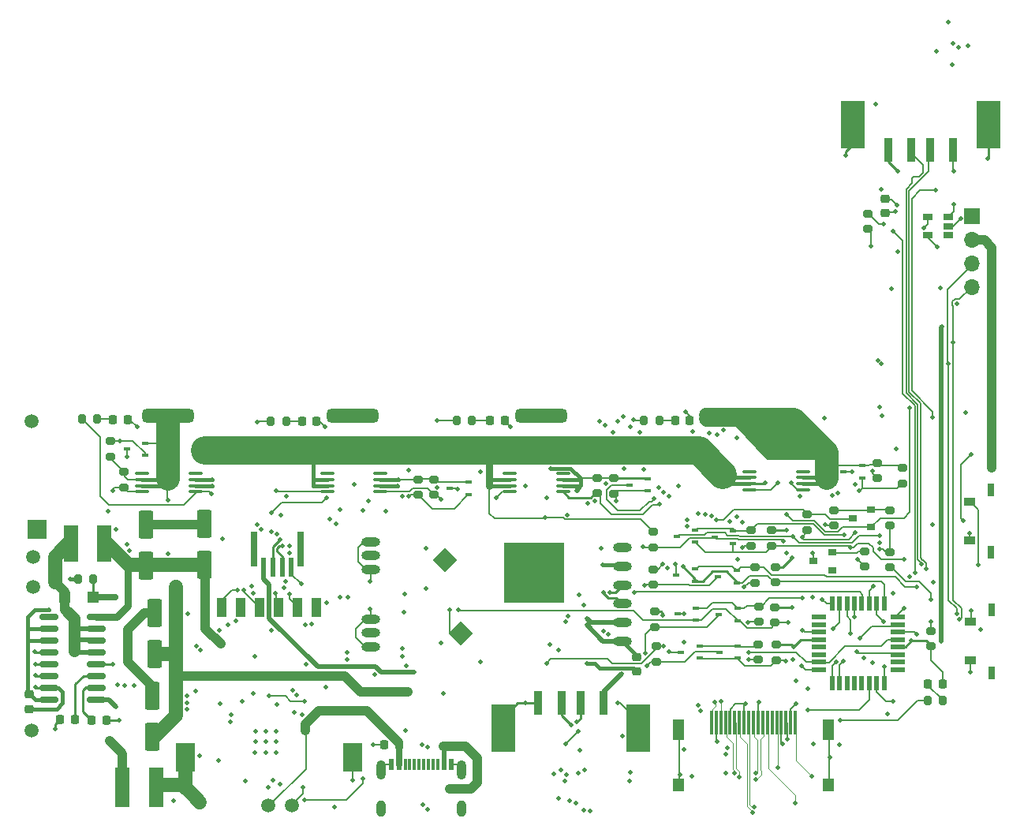
<source format=gbr>
%TF.GenerationSoftware,KiCad,Pcbnew,(6.0.1-0)*%
%TF.CreationDate,2022-04-09T17:35:35-06:00*%
%TF.ProjectId,HAT_CM4_183,4841545f-434d-4345-9f31-38332e6b6963,1.8.3*%
%TF.SameCoordinates,Original*%
%TF.FileFunction,Copper,L6,Bot*%
%TF.FilePolarity,Positive*%
%FSLAX46Y46*%
G04 Gerber Fmt 4.6, Leading zero omitted, Abs format (unit mm)*
G04 Created by KiCad (PCBNEW (6.0.1-0)) date 2022-04-09 17:35:35*
%MOMM*%
%LPD*%
G01*
G04 APERTURE LIST*
G04 Aperture macros list*
%AMRoundRect*
0 Rectangle with rounded corners*
0 $1 Rounding radius*
0 $2 $3 $4 $5 $6 $7 $8 $9 X,Y pos of 4 corners*
0 Add a 4 corners polygon primitive as box body*
4,1,4,$2,$3,$4,$5,$6,$7,$8,$9,$2,$3,0*
0 Add four circle primitives for the rounded corners*
1,1,$1+$1,$2,$3*
1,1,$1+$1,$4,$5*
1,1,$1+$1,$6,$7*
1,1,$1+$1,$8,$9*
0 Add four rect primitives between the rounded corners*
20,1,$1+$1,$2,$3,$4,$5,0*
20,1,$1+$1,$4,$5,$6,$7,0*
20,1,$1+$1,$6,$7,$8,$9,0*
20,1,$1+$1,$8,$9,$2,$3,0*%
%AMRotRect*
0 Rectangle, with rotation*
0 The origin of the aperture is its center*
0 $1 length*
0 $2 width*
0 $3 Rotation angle, in degrees counterclockwise*
0 Add horizontal line*
21,1,$1,$2,0,0,$3*%
G04 Aperture macros list end*
%TA.AperFunction,ComponentPad*%
%ADD10C,1.500000*%
%TD*%
%TA.AperFunction,ComponentPad*%
%ADD11RoundRect,0.500000X-2.300000X-0.250000X2.300000X-0.250000X2.300000X0.250000X-2.300000X0.250000X0*%
%TD*%
%TA.AperFunction,ComponentPad*%
%ADD12R,2.000000X2.000000*%
%TD*%
%TA.AperFunction,ComponentPad*%
%ADD13C,0.508000*%
%TD*%
%TA.AperFunction,ComponentPad*%
%ADD14R,1.700000X1.700000*%
%TD*%
%TA.AperFunction,ComponentPad*%
%ADD15O,1.700000X1.700000*%
%TD*%
%TA.AperFunction,SMDPad,CuDef*%
%ADD16R,0.900000X2.500000*%
%TD*%
%TA.AperFunction,SMDPad,CuDef*%
%ADD17R,2.500000X5.150000*%
%TD*%
%TA.AperFunction,SMDPad,CuDef*%
%ADD18RoundRect,0.225000X0.225000X0.250000X-0.225000X0.250000X-0.225000X-0.250000X0.225000X-0.250000X0*%
%TD*%
%TA.AperFunction,SMDPad,CuDef*%
%ADD19RoundRect,0.225000X-0.250000X0.225000X-0.250000X-0.225000X0.250000X-0.225000X0.250000X0.225000X0*%
%TD*%
%TA.AperFunction,SMDPad,CuDef*%
%ADD20RoundRect,0.250000X0.550000X-1.250000X0.550000X1.250000X-0.550000X1.250000X-0.550000X-1.250000X0*%
%TD*%
%TA.AperFunction,SMDPad,CuDef*%
%ADD21RoundRect,0.200000X-0.275000X0.200000X-0.275000X-0.200000X0.275000X-0.200000X0.275000X0.200000X0*%
%TD*%
%TA.AperFunction,SMDPad,CuDef*%
%ADD22R,1.060000X0.650000*%
%TD*%
%TA.AperFunction,SMDPad,CuDef*%
%ADD23RoundRect,0.200000X0.275000X-0.200000X0.275000X0.200000X-0.275000X0.200000X-0.275000X-0.200000X0*%
%TD*%
%TA.AperFunction,SMDPad,CuDef*%
%ADD24R,0.700000X0.450000*%
%TD*%
%TA.AperFunction,SMDPad,CuDef*%
%ADD25R,1.140000X2.030000*%
%TD*%
%TA.AperFunction,SMDPad,CuDef*%
%ADD26R,2.032000X3.048000*%
%TD*%
%TA.AperFunction,SMDPad,CuDef*%
%ADD27R,1.270000X0.900000*%
%TD*%
%TA.AperFunction,SMDPad,CuDef*%
%ADD28R,0.800000X1.450000*%
%TD*%
%TA.AperFunction,SMDPad,CuDef*%
%ADD29RoundRect,0.200000X0.200000X0.275000X-0.200000X0.275000X-0.200000X-0.275000X0.200000X-0.275000X0*%
%TD*%
%TA.AperFunction,SMDPad,CuDef*%
%ADD30RoundRect,0.200000X-0.200000X-0.275000X0.200000X-0.275000X0.200000X0.275000X-0.200000X0.275000X0*%
%TD*%
%TA.AperFunction,SMDPad,CuDef*%
%ADD31RoundRect,0.218750X0.218750X0.256250X-0.218750X0.256250X-0.218750X-0.256250X0.218750X-0.256250X0*%
%TD*%
%TA.AperFunction,SMDPad,CuDef*%
%ADD32RoundRect,0.100000X0.637500X0.100000X-0.637500X0.100000X-0.637500X-0.100000X0.637500X-0.100000X0*%
%TD*%
%TA.AperFunction,SMDPad,CuDef*%
%ADD33R,0.700000X3.800000*%
%TD*%
%TA.AperFunction,SMDPad,CuDef*%
%ADD34R,0.600000X2.000000*%
%TD*%
%TA.AperFunction,SMDPad,CuDef*%
%ADD35O,2.000000X1.000000*%
%TD*%
%TA.AperFunction,SMDPad,CuDef*%
%ADD36R,6.400000X6.400000*%
%TD*%
%TA.AperFunction,SMDPad,CuDef*%
%ADD37RotRect,1.800000X1.800000X225.000000*%
%TD*%
%TA.AperFunction,SMDPad,CuDef*%
%ADD38R,1.600000X0.550000*%
%TD*%
%TA.AperFunction,SMDPad,CuDef*%
%ADD39R,0.550000X1.600000*%
%TD*%
%TA.AperFunction,SMDPad,CuDef*%
%ADD40R,1.300000X1.400000*%
%TD*%
%TA.AperFunction,SMDPad,CuDef*%
%ADD41R,1.300000X2.200000*%
%TD*%
%TA.AperFunction,SMDPad,CuDef*%
%ADD42R,0.300000X2.600000*%
%TD*%
%TA.AperFunction,SMDPad,CuDef*%
%ADD43R,1.500000X4.000000*%
%TD*%
%TA.AperFunction,SMDPad,CuDef*%
%ADD44RoundRect,0.150000X0.850000X0.150000X-0.850000X0.150000X-0.850000X-0.150000X0.850000X-0.150000X0*%
%TD*%
%TA.AperFunction,SMDPad,CuDef*%
%ADD45R,0.900000X0.800000*%
%TD*%
%TA.AperFunction,SMDPad,CuDef*%
%ADD46R,1.500000X4.200000*%
%TD*%
%TA.AperFunction,ComponentPad*%
%ADD47O,1.000000X1.800000*%
%TD*%
%TA.AperFunction,ComponentPad*%
%ADD48O,1.000000X2.100000*%
%TD*%
%TA.AperFunction,SMDPad,CuDef*%
%ADD49R,0.600000X1.150000*%
%TD*%
%TA.AperFunction,SMDPad,CuDef*%
%ADD50R,0.300000X1.150000*%
%TD*%
%TA.AperFunction,SMDPad,CuDef*%
%ADD51RoundRect,0.225000X-0.225000X-0.250000X0.225000X-0.250000X0.225000X0.250000X-0.225000X0.250000X0*%
%TD*%
%TA.AperFunction,SMDPad,CuDef*%
%ADD52R,1.250000X1.220000*%
%TD*%
%TA.AperFunction,ViaPad*%
%ADD53C,0.500000*%
%TD*%
%TA.AperFunction,Conductor*%
%ADD54C,0.116840*%
%TD*%
%TA.AperFunction,Conductor*%
%ADD55C,0.241300*%
%TD*%
%TA.AperFunction,Conductor*%
%ADD56C,0.177800*%
%TD*%
%TA.AperFunction,Conductor*%
%ADD57C,2.540000*%
%TD*%
%TA.AperFunction,Conductor*%
%ADD58C,0.381000*%
%TD*%
%TA.AperFunction,Conductor*%
%ADD59C,0.254000*%
%TD*%
%TA.AperFunction,Conductor*%
%ADD60C,1.524000*%
%TD*%
%TA.AperFunction,Conductor*%
%ADD61C,1.016000*%
%TD*%
%TA.AperFunction,Conductor*%
%ADD62C,3.048000*%
%TD*%
%TA.AperFunction,Conductor*%
%ADD63C,0.508000*%
%TD*%
%TA.AperFunction,Conductor*%
%ADD64C,0.762000*%
%TD*%
%TA.AperFunction,Conductor*%
%ADD65C,0.203200*%
%TD*%
%TA.AperFunction,Conductor*%
%ADD66C,0.142240*%
%TD*%
%TA.AperFunction,Conductor*%
%ADD67C,0.152400*%
%TD*%
%TA.AperFunction,Conductor*%
%ADD68C,0.635000*%
%TD*%
%TA.AperFunction,Conductor*%
%ADD69C,0.195580*%
%TD*%
%TA.AperFunction,Conductor*%
%ADD70C,1.270000*%
%TD*%
G04 APERTURE END LIST*
D10*
%TO.P,TP6,1,1*%
%TO.N,+5V*%
X101570000Y-172020000D03*
%TD*%
D11*
%TO.P,BTM4,1,Pin_1*%
%TO.N,/Batteries/BT4-*%
X175960000Y-156810000D03*
%TD*%
%TO.P,BTM1,1,Pin_1*%
%TO.N,/Batteries/BT1-*%
X116020000Y-156810000D03*
%TD*%
%TO.P,BTM2,1,Pin_1*%
%TO.N,/Batteries/BT2-*%
X135890000Y-156810000D03*
%TD*%
D10*
%TO.P,TP5,1,1*%
%TO.N,/Power/IPS_SW*%
X101380000Y-190590000D03*
%TD*%
%TO.P,TP2,1,1*%
%TO.N,PWR_GND*%
X101540000Y-175190000D03*
%TD*%
%TO.P,TP3,1,1*%
%TO.N,/Battery/BATT+*%
X101410000Y-157440000D03*
%TD*%
D12*
%TO.P,BTP1,1,Pin_1*%
%TO.N,/Battery/BATT+*%
X101980000Y-168990000D03*
%TD*%
D13*
%TO.P,U3,49,GND_PAD*%
%TO.N,PWR_GND*%
X125385000Y-192945000D03*
X126535000Y-191820000D03*
X127610000Y-192945000D03*
X125410000Y-190720000D03*
X125435000Y-191820000D03*
X127635000Y-190720000D03*
X127685000Y-191820000D03*
X126510000Y-190720000D03*
X126510000Y-192970000D03*
%TD*%
D11*
%TO.P,BTM3,1,Pin_1*%
%TO.N,/Batteries/BT3-*%
X156100000Y-156810000D03*
%TD*%
D10*
%TO.P,TP4,1,1*%
%TO.N,/Charger/IPS_OUT*%
X129340000Y-198630000D03*
%TD*%
D14*
%TO.P,P1,1,Pin_1*%
%TO.N,GND*%
X202320000Y-135380000D03*
D15*
%TO.P,P1,2,Pin_2*%
%TO.N,+3.3v*%
X202320000Y-137920000D03*
%TO.P,P1,3,Pin_3*%
%TO.N,/Battery/I2C_SCL*%
X202320000Y-140460000D03*
%TO.P,P1,4,Pin_4*%
%TO.N,/Battery/I2C_SDA*%
X202320000Y-143000000D03*
%TD*%
D10*
%TO.P,TP1,1,1*%
%TO.N,/AC_IN*%
X126760000Y-198620000D03*
%TD*%
D16*
%TO.P,J4,1,VBUS*%
%TO.N,/USB Hub/VBUS*%
X193320860Y-128307120D03*
%TO.P,J4,2,D-*%
%TO.N,/USB Hub/HD3_N*%
X195820000Y-128305000D03*
%TO.P,J4,3,D+*%
%TO.N,/USB Hub/HD3_P*%
X197820000Y-128305000D03*
%TO.P,J4,4,GND*%
%TO.N,GND*%
X200320000Y-128305000D03*
D17*
%TO.P,J4,5,Shield*%
X189570000Y-125625000D03*
X204070000Y-125625000D03*
%TD*%
D18*
%TO.P,C16,1*%
%TO.N,Net-(C16-Pad1)*%
X106035000Y-189430000D03*
%TO.P,C16,2*%
%TO.N,PWR_GND*%
X104485000Y-189430000D03*
%TD*%
D19*
%TO.P,C40,1*%
%TO.N,+3.3v*%
X166330000Y-182695000D03*
%TO.P,C40,2*%
%TO.N,GND*%
X166330000Y-184245000D03*
%TD*%
D20*
%TO.P,C20,1*%
%TO.N,+5V*%
X114580000Y-182430000D03*
%TO.P,C20,2*%
%TO.N,PWR_GND*%
X114580000Y-178030000D03*
%TD*%
D21*
%TO.P,R2,1*%
%TO.N,Net-(R1-Pad1)*%
X197900000Y-179925000D03*
%TO.P,R2,2*%
%TO.N,PWR_GND*%
X197900000Y-181575000D03*
%TD*%
D22*
%TO.P,U6,1,VOUT*%
%TO.N,/CM4_GPIO/SD_PWR*%
X199800000Y-135530000D03*
%TO.P,U6,2,GND*%
%TO.N,GND*%
X199800000Y-136480000D03*
%TO.P,U6,3,/FLG*%
%TO.N,unconnected-(U6-Pad3)*%
X199800000Y-137430000D03*
%TO.P,U6,4,EN*%
%TO.N,/CM4_GPIO/SD_PWR_ON*%
X197600000Y-137430000D03*
%TO.P,U6,5,VIN*%
%TO.N,+3.3v*%
X197600000Y-135530000D03*
%TD*%
D23*
%TO.P,R28,1*%
%TO.N,Net-(Q15-Pad3)*%
X192150000Y-163545000D03*
%TO.P,R28,2*%
%TO.N,/Batteries/BT4-*%
X192150000Y-161895000D03*
%TD*%
%TO.P,R19,1*%
%TO.N,/Battery/BATT+*%
X179020000Y-174735000D03*
%TO.P,R19,2*%
%TO.N,/Battery/{slash}BT3_ENA*%
X179020000Y-173085000D03*
%TD*%
%TO.P,R3,1*%
%TO.N,/AC_IN*%
X193480000Y-168595000D03*
%TO.P,R3,2*%
%TO.N,Net-(Q1-Pad1)*%
X193480000Y-166945000D03*
%TD*%
D24*
%TO.P,Q16,1,G*%
%TO.N,/Batteries/BT4-*%
X190530000Y-162180000D03*
%TO.P,Q16,2,S*%
%TO.N,/Battery/BATT+*%
X190530000Y-163480000D03*
%TO.P,Q16,3,D*%
%TO.N,/Battery/BT4_PRES*%
X188530000Y-162830000D03*
%TD*%
D23*
%TO.P,R16,1*%
%TO.N,Net-(Q7-Pad3)*%
X144570000Y-165305000D03*
%TO.P,R16,2*%
%TO.N,/Batteries/BT2-*%
X144570000Y-163655000D03*
%TD*%
D25*
%TO.P,J6,1,TD+*%
%TO.N,/CM4_GPIO/TRD0_P*%
X121810000Y-177361000D03*
%TO.P,J6,2,TCT*%
%TO.N,unconnected-(J6-Pad2)*%
X123842000Y-177361000D03*
%TO.P,J6,3,TD-*%
%TO.N,/CM4_GPIO/TRD0_N*%
X125874000Y-177361000D03*
%TO.P,J6,4,RD+*%
%TO.N,/CM4_GPIO/TRD1_P*%
X127906000Y-177361000D03*
%TO.P,J6,5,RD-*%
%TO.N,/CM4_GPIO/TRD1_N*%
X129938000Y-177361000D03*
%TO.P,J6,6,RCT*%
%TO.N,unconnected-(J6-Pad6)*%
X131970000Y-177361000D03*
D26*
%TO.P,J6,7,Shield*%
%TO.N,GND*%
X135843500Y-193490000D03*
X117936500Y-193490000D03*
%TD*%
D23*
%TO.P,R11,1*%
%TO.N,Net-(Q2-Pad3)*%
X168420000Y-183225000D03*
%TO.P,R11,2*%
%TO.N,PWR_GND*%
X168420000Y-181575000D03*
%TD*%
%TO.P,R12,1*%
%TO.N,/Battery/BT2_PRES*%
X181190000Y-179035000D03*
%TO.P,R12,2*%
%TO.N,PWR_GND*%
X181190000Y-177385000D03*
%TD*%
D27*
%TO.P,PB1,1,1*%
%TO.N,/Battery/PB_IN*%
X202085000Y-166034000D03*
%TO.P,PB1,2,2*%
%TO.N,GND*%
X202085000Y-170234000D03*
D28*
%TO.P,PB1,3*%
%TO.N,N/C*%
X204320000Y-164759000D03*
%TO.P,PB1,4*%
X204320000Y-171509000D03*
%TD*%
D29*
%TO.P,R57,1*%
%TO.N,Net-(LED12-Pad2)*%
X199195000Y-187420000D03*
%TO.P,R57,2*%
%TO.N,/Battery/HEARTBEAT*%
X197545000Y-187420000D03*
%TD*%
D21*
%TO.P,R27,1*%
%TO.N,/Batteries/BT4-*%
X194830000Y-162430000D03*
%TO.P,R27,2*%
%TO.N,/Battery/BATT+*%
X194830000Y-164080000D03*
%TD*%
D30*
%TO.P,R26,1*%
%TO.N,Net-(Q14-Pad3)*%
X167105000Y-157360000D03*
%TO.P,R26,2*%
%TO.N,Net-(LED4-Pad2)*%
X168755000Y-157360000D03*
%TD*%
D31*
%TO.P,LED3,1,K*%
%TO.N,Net-(LED1-Pad1)*%
X152160000Y-157370000D03*
%TO.P,LED3,2,A*%
%TO.N,Net-(LED3-Pad2)*%
X150585000Y-157370000D03*
%TD*%
D30*
%TO.P,R8,1*%
%TO.N,Net-(Q2-Pad3)*%
X106805000Y-157190000D03*
%TO.P,R8,2*%
%TO.N,Net-(LED1-Pad2)*%
X108455000Y-157190000D03*
%TD*%
D23*
%TO.P,R13,1*%
%TO.N,/Battery/BATT+*%
X179501822Y-178935000D03*
%TO.P,R13,2*%
%TO.N,/Battery/{slash}BT2_ENA*%
X179501822Y-177285000D03*
%TD*%
D32*
%TO.P,Q9,1,D*%
%TO.N,unconnected-(Q9-Pad1)*%
X138862500Y-163025000D03*
%TO.P,Q9,2,S1*%
%TO.N,/Batteries/BT2-*%
X138862500Y-163675000D03*
%TO.P,Q9,3,S1*%
X138862500Y-164325000D03*
%TO.P,Q9,4,G1*%
%TO.N,Net-(Q7-Pad3)*%
X138862500Y-164975000D03*
%TO.P,Q9,5,G2*%
%TO.N,Net-(Q6-Pad3)*%
X133137500Y-164975000D03*
%TO.P,Q9,6,S2*%
%TO.N,PWR_GND*%
X133137500Y-164325000D03*
%TO.P,Q9,7,S2*%
X133137500Y-163675000D03*
%TO.P,Q9,8,D*%
%TO.N,unconnected-(Q9-Pad8)*%
X133137500Y-163025000D03*
%TD*%
D18*
%TO.P,C39,1*%
%TO.N,/AC_IN*%
X140815000Y-192130000D03*
%TO.P,C39,2*%
%TO.N,GND*%
X139265000Y-192130000D03*
%TD*%
D21*
%TO.P,R21,1*%
%TO.N,/Batteries/BT3-*%
X163850000Y-163525000D03*
%TO.P,R21,2*%
%TO.N,/Battery/BATT+*%
X163850000Y-165175000D03*
%TD*%
D20*
%TO.P,C15,1*%
%TO.N,/Power/IPS_SW*%
X119920000Y-172850000D03*
%TO.P,C15,2*%
%TO.N,PWR_GND*%
X119920000Y-168450000D03*
%TD*%
D23*
%TO.P,R1,1*%
%TO.N,Net-(R1-Pad1)*%
X193480000Y-173085000D03*
%TO.P,R1,2*%
%TO.N,/AC_IN*%
X193480000Y-171435000D03*
%TD*%
D31*
%TO.P,LED4,1,K*%
%TO.N,Net-(LED1-Pad1)*%
X172020000Y-157360000D03*
%TO.P,LED4,2,A*%
%TO.N,Net-(LED4-Pad2)*%
X170445000Y-157360000D03*
%TD*%
D23*
%TO.P,R9,1*%
%TO.N,/Batteries/BT1-*%
X109860000Y-161195000D03*
%TO.P,R9,2*%
%TO.N,/Battery/BATT+*%
X109860000Y-159545000D03*
%TD*%
D24*
%TO.P,Q12,1,G*%
%TO.N,/Batteries/BT3-*%
X167560000Y-163590000D03*
%TO.P,Q12,2,S*%
%TO.N,/Battery/BATT+*%
X167560000Y-164890000D03*
%TO.P,Q12,3,D*%
%TO.N,/Battery/BT3_PRES*%
X165560000Y-164240000D03*
%TD*%
%TO.P,Q11,1,G*%
%TO.N,/Battery/{slash}BT3_ENA*%
X172610000Y-173290000D03*
%TO.P,Q11,2,S*%
%TO.N,/Battery/BT3_PRES*%
X172610000Y-174590000D03*
%TO.P,Q11,3,D*%
%TO.N,Net-(Q11-Pad3)*%
X170610000Y-173940000D03*
%TD*%
D20*
%TO.P,C14,1*%
%TO.N,/Power/IPS_SW*%
X113680000Y-172890000D03*
%TO.P,C14,2*%
%TO.N,PWR_GND*%
X113680000Y-168490000D03*
%TD*%
D23*
%TO.P,R23,1*%
%TO.N,Net-(Q10-Pad3)*%
X168080000Y-174955000D03*
%TO.P,R23,2*%
%TO.N,PWR_GND*%
X168080000Y-173305000D03*
%TD*%
D31*
%TO.P,LED2,1,K*%
%TO.N,Net-(LED1-Pad1)*%
X131997500Y-157380000D03*
%TO.P,LED2,2,A*%
%TO.N,Net-(LED2-Pad2)*%
X130422500Y-157380000D03*
%TD*%
D23*
%TO.P,R6,1*%
%TO.N,/Battery/BT1_PRES*%
X181340000Y-183065000D03*
%TO.P,R6,2*%
%TO.N,PWR_GND*%
X181340000Y-181415000D03*
%TD*%
%TO.P,R17,1*%
%TO.N,Net-(Q6-Pad3)*%
X168321822Y-179505000D03*
%TO.P,R17,2*%
%TO.N,PWR_GND*%
X168321822Y-177855000D03*
%TD*%
D16*
%TO.P,J3,1,VBUS*%
%TO.N,/USB Hub/VBUS*%
X162784238Y-187652880D03*
%TO.P,J3,2,D-*%
%TO.N,/USB Hub/HD4_N*%
X160285098Y-187655000D03*
%TO.P,J3,3,D+*%
%TO.N,/USB Hub/HD4_P*%
X158285098Y-187655000D03*
%TO.P,J3,4,GND*%
%TO.N,GND*%
X155785098Y-187655000D03*
D17*
%TO.P,J3,5,Shield*%
X166535098Y-190335000D03*
X152035098Y-190335000D03*
%TD*%
D23*
%TO.P,R24,1*%
%TO.N,/Battery/BT4_PRES*%
X180850000Y-170790000D03*
%TO.P,R24,2*%
%TO.N,PWR_GND*%
X180850000Y-169140000D03*
%TD*%
D33*
%TO.P,J7,*%
%TO.N,*%
X125290000Y-171150000D03*
X130290000Y-171150000D03*
D34*
%TO.P,J7,1*%
%TO.N,/USB Hub/VBUS*%
X126290000Y-173050000D03*
%TO.P,J7,2*%
%TO.N,/USB Hub/HD1_N*%
X127290000Y-173050000D03*
%TO.P,J7,3*%
%TO.N,/USB Hub/HD1_P*%
X128290000Y-173050000D03*
%TO.P,J7,4*%
%TO.N,GND*%
X129290000Y-173050000D03*
%TD*%
D35*
%TO.P,U15,1,PDN*%
%TO.N,+3.3v*%
X164790000Y-181000000D03*
%TO.P,U15,2,3.3V*%
X164790000Y-179000000D03*
%TO.P,U15,3,DM-*%
%TO.N,/USB Hub/HD2_N*%
X164790000Y-177000000D03*
%TO.P,U15,4,DP+*%
%TO.N,/USB Hub/HD2_P*%
X164790000Y-175000000D03*
%TO.P,U15,5,GND*%
%TO.N,GND*%
X164790000Y-173000000D03*
%TO.P,U15,6,LED*%
%TO.N,unconnected-(U15-Pad6)*%
X164790000Y-171000000D03*
%TO.P,U15,7,GND*%
%TO.N,GND*%
X137790000Y-170350000D03*
%TO.P,U15,8*%
%TO.N,N/C*%
X137790000Y-171850000D03*
%TO.P,U15,9,GND*%
%TO.N,GND*%
X137790000Y-173350000D03*
%TO.P,U15,10,GND*%
X137790000Y-178650000D03*
%TO.P,U15,11*%
%TO.N,N/C*%
X137790000Y-180150000D03*
%TO.P,U15,12,GND*%
%TO.N,GND*%
X137790000Y-181650000D03*
D36*
%TO.P,U15,13,GND*%
X155290000Y-173700000D03*
D37*
%TO.P,U15,14,GND*%
X145740000Y-172300000D03*
%TO.P,U15,15,GND*%
X147490000Y-180200000D03*
%TD*%
D24*
%TO.P,Q3,1,G*%
%TO.N,/Battery/{slash}BT1_ENA_B*%
X173110000Y-181560000D03*
%TO.P,Q3,2,S*%
%TO.N,/Battery/BT1_PRES*%
X173110000Y-182860000D03*
%TO.P,Q3,3,D*%
%TO.N,Net-(Q3-Pad3)*%
X171110000Y-182210000D03*
%TD*%
D32*
%TO.P,Q17,1,D*%
%TO.N,unconnected-(Q17-Pad1)*%
X184172500Y-162795000D03*
%TO.P,Q17,2,S1*%
%TO.N,/Batteries/BT4-*%
X184172500Y-163445000D03*
%TO.P,Q17,3,S1*%
X184172500Y-164095000D03*
%TO.P,Q17,4,G1*%
%TO.N,Net-(Q15-Pad3)*%
X184172500Y-164745000D03*
%TO.P,Q17,5,G2*%
%TO.N,Net-(Q14-Pad3)*%
X178447500Y-164745000D03*
%TO.P,Q17,6,S2*%
%TO.N,PWR_GND*%
X178447500Y-164095000D03*
%TO.P,Q17,7,S2*%
X178447500Y-163445000D03*
%TO.P,Q17,8,D*%
%TO.N,unconnected-(Q17-Pad8)*%
X178447500Y-162795000D03*
%TD*%
D38*
%TO.P,U1,1,PD3*%
%TO.N,/Battery/BT4_PRES*%
X194360000Y-178450000D03*
%TO.P,U1,2,PD4*%
%TO.N,/Battery/AXP_EXTEN*%
X194360000Y-179250000D03*
%TO.P,U1,3,PA2*%
%TO.N,/Battery/{slash}BT3_ENA*%
X194360000Y-180050000D03*
%TO.P,U1,4,VCC*%
%TO.N,/Battery/BATT+*%
X194360000Y-180850000D03*
%TO.P,U1,5,GND*%
%TO.N,PWR_GND*%
X194360000Y-181650000D03*
%TO.P,U1,6,PA3*%
%TO.N,/Battery/{slash}BT4_ENA*%
X194360000Y-182450000D03*
%TO.P,U1,7,PB6*%
%TO.N,unconnected-(U1-Pad7)*%
X194360000Y-183250000D03*
%TO.P,U1,8,PB7*%
%TO.N,unconnected-(U1-Pad8)*%
X194360000Y-184050000D03*
D39*
%TO.P,U1,9,PD5*%
%TO.N,/Battery/PWR_IRQ*%
X192910000Y-185500000D03*
%TO.P,U1,10,PD6*%
%TO.N,/Battery/5V_OVR*%
X192110000Y-185500000D03*
%TO.P,U1,11,PD7*%
%TO.N,/Battery/PB_IN*%
X191310000Y-185500000D03*
%TO.P,U1,12,PB0*%
%TO.N,unconnected-(U1-Pad12)*%
X190510000Y-185500000D03*
%TO.P,U1,13,PB1*%
%TO.N,unconnected-(U1-Pad13)*%
X189710000Y-185500000D03*
%TO.P,U1,14,PB2*%
%TO.N,unconnected-(U1-Pad14)*%
X188910000Y-185500000D03*
%TO.P,U1,15,PB3*%
%TO.N,/Battery/MOSI*%
X188110000Y-185500000D03*
%TO.P,U1,16,PB4*%
%TO.N,/Battery/MISO*%
X187310000Y-185500000D03*
D38*
%TO.P,U1,17,PB5*%
%TO.N,/Battery/SCL*%
X185860000Y-184050000D03*
%TO.P,U1,18,AVCC*%
%TO.N,/Battery/BATT+*%
X185860000Y-183250000D03*
%TO.P,U1,19,PA0*%
%TO.N,/Battery/{slash}BT1_ENA*%
X185860000Y-182450000D03*
%TO.P,U1,20,PC7*%
%TO.N,unconnected-(U1-Pad20)*%
X185860000Y-181650000D03*
%TO.P,U1,21,GND*%
%TO.N,PWR_GND*%
X185860000Y-180850000D03*
%TO.P,U1,22,PA1*%
%TO.N,/Battery/{slash}BT2_ENA*%
X185860000Y-180050000D03*
%TO.P,U1,23,PC0*%
%TO.N,unconnected-(U1-Pad23)*%
X185860000Y-179250000D03*
%TO.P,U1,24,PC1*%
%TO.N,unconnected-(U1-Pad24)*%
X185860000Y-178450000D03*
D39*
%TO.P,U1,25,PC2*%
%TO.N,Net-(R1-Pad1)*%
X187310000Y-177000000D03*
%TO.P,U1,26,PC3*%
%TO.N,/Battery/HEARTBEAT*%
X188110000Y-177000000D03*
%TO.P,U1,27,PC4*%
%TO.N,/Battery/I2C_SDA*%
X188910000Y-177000000D03*
%TO.P,U1,28,PC5*%
%TO.N,/Battery/I2C_SCL*%
X189710000Y-177000000D03*
%TO.P,U1,29,~{RESET}/PC6*%
%TO.N,/Battery/{slash}RESET*%
X190510000Y-177000000D03*
%TO.P,U1,30,PD0*%
%TO.N,/Battery/BT1_PRES*%
X191310000Y-177000000D03*
%TO.P,U1,31,PD1*%
%TO.N,/Battery/BT2_PRES*%
X192110000Y-177000000D03*
%TO.P,U1,32,PD2*%
%TO.N,/Battery/BT3_PRES*%
X192910000Y-177000000D03*
%TD*%
D40*
%TO.P,J2,SH4,SH*%
%TO.N,GND*%
X170821098Y-196463250D03*
%TO.P,J2,SH3,SH*%
X186921098Y-196463250D03*
D41*
%TO.P,J2,SH2,SH*%
X170821098Y-190503250D03*
%TO.P,J2,SH1,SH*%
X186921098Y-190503250D03*
D42*
%TO.P,J2,19,HPD/HEAC-*%
%TO.N,/CM4_HighSpeed/HDMI0_HOTPLUG*%
X183371098Y-189743250D03*
%TO.P,J2,18,+5V*%
%TO.N,/CM4_HighSpeed/HDMI_5v*%
X182871098Y-189743250D03*
%TO.P,J2,17,GND*%
%TO.N,GND*%
X182371098Y-189743250D03*
%TO.P,J2,16,SDA*%
%TO.N,/CM4_HighSpeed/HDMI0_SDA*%
X181871098Y-189743250D03*
%TO.P,J2,15,SCL*%
%TO.N,/CM4_HighSpeed/HDMI0_SCL*%
X181371098Y-189743250D03*
%TO.P,J2,14,UTILITY/HEAC+*%
%TO.N,unconnected-(J2-Pad14)*%
X180871098Y-189743250D03*
%TO.P,J2,13,CEC*%
%TO.N,/CM4_HighSpeed/HDMI0_CEC*%
X180371098Y-189743250D03*
%TO.P,J2,12,CK-*%
%TO.N,/CM4_HighSpeed/HDMI0_CK_N*%
X179871098Y-189743250D03*
%TO.P,J2,11,CKS*%
%TO.N,GND*%
X179371098Y-189743250D03*
%TO.P,J2,10,CK+*%
%TO.N,/CM4_HighSpeed/HDMI0_CK_P*%
X178871098Y-189743250D03*
%TO.P,J2,9,D0-*%
%TO.N,/CM4_HighSpeed/HDMI0_D0_N*%
X178371098Y-189743250D03*
%TO.P,J2,8,D0S*%
%TO.N,GND*%
X177871098Y-189743250D03*
%TO.P,J2,7,D0+*%
%TO.N,/CM4_HighSpeed/HDMI0_D0_P*%
X177371098Y-189743250D03*
%TO.P,J2,6,D1-*%
%TO.N,/CM4_HighSpeed/HDMI0_D1_N*%
X176871098Y-189743250D03*
%TO.P,J2,5,D1S*%
%TO.N,GND*%
X176371098Y-189743250D03*
%TO.P,J2,4,D1+*%
%TO.N,/CM4_HighSpeed/HDMI0_D1_P*%
X175871098Y-189743250D03*
%TO.P,J2,3,D2-*%
%TO.N,/CM4_HighSpeed/HDMI0_D2_N*%
X175371098Y-189743250D03*
%TO.P,J2,2,D2S*%
%TO.N,GND*%
X174871098Y-189743250D03*
%TO.P,J2,1,D2+*%
%TO.N,/CM4_HighSpeed/HDMI0_D2_P*%
X174371098Y-189743250D03*
%TD*%
D43*
%TO.P,L2,1,1*%
%TO.N,/Power/IPS_SW*%
X109200000Y-170510000D03*
%TO.P,L2,2,2*%
%TO.N,Net-(D5-Pad2)*%
X105600000Y-170510000D03*
%TD*%
D23*
%TO.P,R41,1*%
%TO.N,/CM4_GPIO/SD_PWR_ON*%
X191120000Y-136775000D03*
%TO.P,R41,2*%
%TO.N,+3.3v*%
X191120000Y-135125000D03*
%TD*%
D44*
%TO.P,U8,1,ONA*%
%TO.N,/Power/IPS_SW*%
X108300000Y-178385000D03*
%TO.P,U8,2,LX*%
%TO.N,Net-(D5-Pad2)*%
X108300000Y-179655000D03*
%TO.P,U8,3,LX*%
X108300000Y-180925000D03*
%TO.P,U8,4,LX*%
X108300000Y-182195000D03*
%TO.P,U8,5,GND*%
%TO.N,PWR_GND*%
X108300000Y-183465000D03*
%TO.P,U8,6,SS/LIM*%
%TO.N,Net-(C16-Pad1)*%
X108300000Y-184735000D03*
%TO.P,U8,7,REF*%
%TO.N,Net-(C17-Pad1)*%
X108300000Y-186005000D03*
%TO.P,U8,8,GND*%
%TO.N,PWR_GND*%
X108300000Y-187275000D03*
%TO.P,U8,9,OUT*%
%TO.N,Net-(C18-Pad1)*%
X103300000Y-187275000D03*
%TO.P,U8,10,FB*%
%TO.N,PWR_GND*%
X103300000Y-186005000D03*
%TO.P,U8,11,PGND*%
X103300000Y-184735000D03*
%TO.P,U8,12,PGND*%
X103300000Y-183465000D03*
%TO.P,U8,13,PGND*%
X103300000Y-182195000D03*
%TO.P,U8,14,_3.3/5*%
%TO.N,Net-(C18-Pad1)*%
X103300000Y-180925000D03*
%TO.P,U8,15,CLK*%
X103300000Y-179655000D03*
%TO.P,U8,16,_ONB*%
%TO.N,unconnected-(U8-Pad16)*%
X103300000Y-178385000D03*
%TD*%
D23*
%TO.P,R4,1*%
%TO.N,+5V*%
X187490000Y-168605000D03*
%TO.P,R4,2*%
%TO.N,Net-(Q1-Pad1)*%
X187490000Y-166955000D03*
%TD*%
D20*
%TO.P,C19,1*%
%TO.N,+5V*%
X114350000Y-191310000D03*
%TO.P,C19,2*%
%TO.N,PWR_GND*%
X114350000Y-186910000D03*
%TD*%
D30*
%TO.P,R14,1*%
%TO.N,Net-(Q6-Pad3)*%
X127095000Y-157380000D03*
%TO.P,R14,2*%
%TO.N,Net-(LED2-Pad2)*%
X128745000Y-157380000D03*
%TD*%
D45*
%TO.P,D1,*%
%TO.N,*%
X187340000Y-173380000D03*
%TO.P,D1,1,K*%
%TO.N,/Battery/5V_OVR*%
X185340000Y-172430000D03*
%TO.P,D1,2,A*%
%TO.N,Net-(D1-Pad2)*%
X187340000Y-171480000D03*
%TD*%
D23*
%TO.P,R22,1*%
%TO.N,Net-(Q11-Pad3)*%
X162140000Y-165145000D03*
%TO.P,R22,2*%
%TO.N,/Batteries/BT3-*%
X162140000Y-163495000D03*
%TD*%
D30*
%TO.P,R20,1*%
%TO.N,Net-(Q10-Pad3)*%
X147035000Y-157370000D03*
%TO.P,R20,2*%
%TO.N,Net-(LED3-Pad2)*%
X148685000Y-157370000D03*
%TD*%
D24*
%TO.P,Q10,1,G*%
%TO.N,/Battery/{slash}BT3_ENA*%
X177050000Y-173450000D03*
%TO.P,Q10,2,S*%
%TO.N,/Battery/BT3_PRES*%
X177050000Y-174750000D03*
%TO.P,Q10,3,D*%
%TO.N,Net-(Q10-Pad3)*%
X175050000Y-174100000D03*
%TD*%
%TO.P,Q6,1,G*%
%TO.N,/Battery/{slash}BT2_ENA*%
X177171822Y-177500000D03*
%TO.P,Q6,2,S*%
%TO.N,/Battery/BT2_PRES*%
X177171822Y-178800000D03*
%TO.P,Q6,3,D*%
%TO.N,Net-(Q6-Pad3)*%
X175171822Y-178150000D03*
%TD*%
D23*
%TO.P,R50,1*%
%TO.N,/Battery/AXP_EXTEN*%
X190830000Y-173005000D03*
%TO.P,R50,2*%
%TO.N,Net-(D1-Pad2)*%
X190830000Y-171355000D03*
%TD*%
D24*
%TO.P,Q4,1,G*%
%TO.N,/Batteries/BT1-*%
X113630000Y-159760000D03*
%TO.P,Q4,2,S*%
%TO.N,/Battery/BATT+*%
X113630000Y-161060000D03*
%TO.P,Q4,3,D*%
%TO.N,/Battery/BT1_PRES*%
X111630000Y-160410000D03*
%TD*%
D27*
%TO.P,PB2,1,1*%
%TO.N,/CM4_GPIO/GPIO_PB2*%
X202185000Y-178914000D03*
%TO.P,PB2,2,2*%
%TO.N,GND*%
X202185000Y-183114000D03*
D28*
%TO.P,PB2,3*%
%TO.N,N/C*%
X204420000Y-177639000D03*
%TO.P,PB2,4*%
X204420000Y-184389000D03*
%TD*%
D46*
%TO.P,L3,1,1*%
%TO.N,PWR_GND*%
X111160000Y-196700000D03*
%TO.P,L3,2,2*%
%TO.N,GND*%
X114760000Y-196700000D03*
%TD*%
D24*
%TO.P,Q7,1,G*%
%TO.N,/Battery/{slash}BT2_ENA*%
X172711822Y-177460000D03*
%TO.P,Q7,2,S*%
%TO.N,/Battery/BT2_PRES*%
X172711822Y-178760000D03*
%TO.P,Q7,3,D*%
%TO.N,Net-(Q7-Pad3)*%
X170711822Y-178110000D03*
%TD*%
D47*
%TO.P,J5,1,Shell*%
%TO.N,GND*%
X138925098Y-198997500D03*
D48*
X147565098Y-194817500D03*
X138925098Y-194817500D03*
D47*
X147565098Y-198997500D03*
D49*
%TO.P,J5,A1/B12,GND*%
X146445098Y-194242500D03*
%TO.P,J5,A4/B9,Power*%
%TO.N,/AC_IN*%
X145645098Y-194242500D03*
D50*
%TO.P,J5,A5,CC1*%
%TO.N,unconnected-(J5-PadA5)*%
X144495098Y-194242500D03*
%TO.P,J5,A6,D+*%
%TO.N,unconnected-(J5-PadA6)*%
X143495098Y-194242500D03*
%TO.P,J5,A7,D-*%
%TO.N,unconnected-(J5-PadA7)*%
X142995098Y-194242500D03*
%TO.P,J5,A8,SBU1*%
%TO.N,unconnected-(J5-PadA8)*%
X141995098Y-194242500D03*
D49*
%TO.P,J5,B1/A12,GND*%
%TO.N,GND*%
X140045098Y-194242500D03*
%TO.P,J5,B4/A9,Power*%
%TO.N,/AC_IN*%
X140845098Y-194242500D03*
D50*
%TO.P,J5,B5,CC2*%
%TO.N,unconnected-(J5-PadB5)*%
X141495098Y-194242500D03*
%TO.P,J5,B6,D+*%
%TO.N,unconnected-(J5-PadB6)*%
X142495098Y-194242500D03*
%TO.P,J5,B7,D-*%
%TO.N,unconnected-(J5-PadB7)*%
X143995098Y-194242500D03*
%TO.P,J5,B8,SBU2*%
%TO.N,unconnected-(J5-PadB8)*%
X144995098Y-194242500D03*
%TD*%
D23*
%TO.P,R25,1*%
%TO.N,/Battery/BATT+*%
X178610000Y-170785000D03*
%TO.P,R25,2*%
%TO.N,/Battery/{slash}BT4_ENA*%
X178610000Y-169135000D03*
%TD*%
D24*
%TO.P,Q2,1,G*%
%TO.N,/Battery/{slash}BT1_ENA_B*%
X177200000Y-181550000D03*
%TO.P,Q2,2,S*%
%TO.N,/Battery/BT1_PRES*%
X177200000Y-182850000D03*
%TO.P,Q2,3,D*%
%TO.N,Net-(Q2-Pad3)*%
X175200000Y-182200000D03*
%TD*%
D23*
%TO.P,R29,1*%
%TO.N,Net-(Q14-Pad3)*%
X168122560Y-170936600D03*
%TO.P,R29,2*%
%TO.N,PWR_GND*%
X168122560Y-169286600D03*
%TD*%
D31*
%TO.P,LED1,1,K*%
%TO.N,Net-(LED1-Pad1)*%
X111697500Y-157210000D03*
%TO.P,LED1,2,A*%
%TO.N,Net-(LED1-Pad2)*%
X110122500Y-157210000D03*
%TD*%
D19*
%TO.P,C12,1*%
%TO.N,/CM4_GPIO/SD_PWR*%
X193040000Y-133525000D03*
%TO.P,C12,2*%
%TO.N,GND*%
X193040000Y-135075000D03*
%TD*%
D31*
%TO.P,LED12,1,K*%
%TO.N,PWR_GND*%
X199147500Y-185600000D03*
%TO.P,LED12,2,A*%
%TO.N,Net-(LED12-Pad2)*%
X197572500Y-185600000D03*
%TD*%
D23*
%TO.P,R18,1*%
%TO.N,/Battery/BT3_PRES*%
X181230000Y-174715000D03*
%TO.P,R18,2*%
%TO.N,PWR_GND*%
X181230000Y-173065000D03*
%TD*%
D45*
%TO.P,Q1,1,G*%
%TO.N,Net-(Q1-Pad1)*%
X191510000Y-166900000D03*
%TO.P,Q1,2,S*%
%TO.N,PWR_GND*%
X191510000Y-168800000D03*
%TO.P,Q1,3,D*%
%TO.N,Net-(LED1-Pad1)*%
X189510000Y-167850000D03*
%TD*%
D32*
%TO.P,Q5,1,D*%
%TO.N,unconnected-(Q5-Pad1)*%
X118982500Y-163025000D03*
%TO.P,Q5,2,S1*%
%TO.N,PWR_GND*%
X118982500Y-163675000D03*
%TO.P,Q5,3,S1*%
X118982500Y-164325000D03*
%TO.P,Q5,4,G1*%
%TO.N,Net-(Q2-Pad3)*%
X118982500Y-164975000D03*
%TO.P,Q5,5,G2*%
%TO.N,Net-(Q3-Pad3)*%
X113257500Y-164975000D03*
%TO.P,Q5,6,S2*%
%TO.N,/Batteries/BT1-*%
X113257500Y-164325000D03*
%TO.P,Q5,7,S2*%
X113257500Y-163675000D03*
%TO.P,Q5,8,D*%
%TO.N,unconnected-(Q5-Pad8)*%
X113257500Y-163025000D03*
%TD*%
D24*
%TO.P,Q15,1,G*%
%TO.N,/Battery/{slash}BT4_ENA*%
X172622560Y-169111600D03*
%TO.P,Q15,2,S*%
%TO.N,/Battery/BT4_PRES*%
X172622560Y-170411600D03*
%TO.P,Q15,3,D*%
%TO.N,Net-(Q15-Pad3)*%
X170622560Y-169761600D03*
%TD*%
D51*
%TO.P,C17,1*%
%TO.N,Net-(C17-Pad1)*%
X107855000Y-189520000D03*
%TO.P,C17,2*%
%TO.N,PWR_GND*%
X109405000Y-189520000D03*
%TD*%
D23*
%TO.P,R5,1*%
%TO.N,/Battery/BATT+*%
X184660000Y-169075000D03*
%TO.P,R5,2*%
%TO.N,Net-(LED1-Pad1)*%
X184660000Y-167425000D03*
%TD*%
D52*
%TO.P,D5,1,K*%
%TO.N,+5V*%
X107980000Y-176280000D03*
%TO.P,D5,2,A*%
%TO.N,Net-(D5-Pad2)*%
X104980000Y-176280000D03*
%TD*%
D23*
%TO.P,R7,1*%
%TO.N,/Batteries/BT1-*%
X179350000Y-182995000D03*
%TO.P,R7,2*%
%TO.N,/Battery/{slash}BT1_ENA_B*%
X179350000Y-181345000D03*
%TD*%
%TO.P,R10,1*%
%TO.N,Net-(Q3-Pad3)*%
X111270000Y-164505000D03*
%TO.P,R10,2*%
%TO.N,/Batteries/BT1-*%
X111270000Y-162855000D03*
%TD*%
D29*
%TO.P,R45,1*%
%TO.N,+5V*%
X108015000Y-174380000D03*
%TO.P,R45,2*%
%TO.N,Net-(C18-Pad1)*%
X106365000Y-174380000D03*
%TD*%
D21*
%TO.P,R15,1*%
%TO.N,/Batteries/BT2-*%
X142860000Y-163655000D03*
%TO.P,R15,2*%
%TO.N,/Battery/BATT+*%
X142860000Y-165305000D03*
%TD*%
D32*
%TO.P,Q13,1,D*%
%TO.N,unconnected-(Q13-Pad1)*%
X158432500Y-163025000D03*
%TO.P,Q13,2,S1*%
%TO.N,/Batteries/BT3-*%
X158432500Y-163675000D03*
%TO.P,Q13,3,S1*%
X158432500Y-164325000D03*
%TO.P,Q13,4,G1*%
%TO.N,Net-(Q11-Pad3)*%
X158432500Y-164975000D03*
%TO.P,Q13,5,G2*%
%TO.N,Net-(Q10-Pad3)*%
X152707500Y-164975000D03*
%TO.P,Q13,6,S2*%
%TO.N,PWR_GND*%
X152707500Y-164325000D03*
%TO.P,Q13,7,S2*%
X152707500Y-163675000D03*
%TO.P,Q13,8,D*%
%TO.N,unconnected-(Q13-Pad8)*%
X152707500Y-163025000D03*
%TD*%
D24*
%TO.P,Q8,1,G*%
%TO.N,/Batteries/BT2-*%
X148270000Y-163960000D03*
%TO.P,Q8,2,S*%
%TO.N,/Battery/BATT+*%
X148270000Y-165260000D03*
%TO.P,Q8,3,D*%
%TO.N,/Battery/BT2_PRES*%
X146270000Y-164610000D03*
%TD*%
D19*
%TO.P,C18,1*%
%TO.N,Net-(C18-Pad1)*%
X101150000Y-186755000D03*
%TO.P,C18,2*%
%TO.N,PWR_GND*%
X101150000Y-188305000D03*
%TD*%
D24*
%TO.P,Q14,1,G*%
%TO.N,/Battery/{slash}BT4_ENA*%
X176692560Y-169211600D03*
%TO.P,Q14,2,S*%
%TO.N,/Battery/BT4_PRES*%
X176692560Y-170511600D03*
%TO.P,Q14,3,D*%
%TO.N,Net-(Q14-Pad3)*%
X174692560Y-169861600D03*
%TD*%
D53*
%TO.N,/USB Hub/HD2_N*%
X131485753Y-179184940D03*
%TO.N,/Battery/BATT+*%
X143770000Y-171036960D03*
X109650000Y-167040000D03*
X190251600Y-164890000D03*
X130900000Y-183520000D03*
X178280000Y-178990000D03*
X177890000Y-175220000D03*
X162560000Y-171031600D03*
X129850000Y-186780000D03*
X112430000Y-185740000D03*
X129390000Y-186298400D03*
X164099363Y-166009980D03*
X184086811Y-169850000D03*
X141900000Y-165470000D03*
X110440000Y-168990000D03*
X110905000Y-159545000D03*
X189830000Y-169330000D03*
X111350000Y-185740000D03*
X177680000Y-170970000D03*
X178380000Y-182190000D03*
X110590000Y-185690000D03*
%TO.N,/Batteries/BT1-*%
X178320000Y-182980000D03*
X177190000Y-172249850D03*
X116050000Y-171668490D03*
X116050000Y-165870000D03*
%TO.N,/Batteries/BT2-*%
X140710000Y-164340000D03*
X140730000Y-163700000D03*
%TO.N,/Batteries/BT3-*%
X160160000Y-164410000D03*
X157121753Y-162503989D03*
X159870000Y-164830000D03*
%TO.N,PWR_GND*%
X119990494Y-160570494D03*
X111055000Y-193005000D03*
X101856500Y-183480000D03*
X135300000Y-182190000D03*
X101856500Y-184720000D03*
X119520000Y-181980000D03*
X183173189Y-181630000D03*
X116870000Y-168490000D03*
X109740000Y-191690000D03*
X195830000Y-180990000D03*
X182980000Y-177440000D03*
X111760000Y-182320000D03*
X156490000Y-167789850D03*
X111890000Y-183400000D03*
X180130000Y-163980000D03*
X111740000Y-181420000D03*
X195668920Y-155940000D03*
X111740000Y-180350000D03*
X101856500Y-185990000D03*
X122379506Y-160570494D03*
X121430000Y-193790000D03*
X101770000Y-182140000D03*
X169250000Y-181510000D03*
X120719506Y-160570494D03*
X110780000Y-189490000D03*
X110160000Y-183470000D03*
X110375000Y-192325000D03*
X109925000Y-187535000D03*
X182448400Y-169130000D03*
X110430000Y-188040000D03*
X169143250Y-172766649D03*
X133020000Y-185910000D03*
X121519506Y-160570494D03*
X119110000Y-181550000D03*
X120820000Y-163670000D03*
X182980000Y-172090000D03*
X169160000Y-178261600D03*
X103950000Y-190460000D03*
X120820000Y-164340000D03*
X182448400Y-167430000D03*
X156650000Y-183390000D03*
X135300000Y-182970000D03*
X121650000Y-187710000D03*
%TO.N,/Charger/IPS_OUT*%
X186505500Y-157070000D03*
X127290000Y-195900000D03*
X124330000Y-196010000D03*
X119460000Y-193330000D03*
X125153500Y-186660000D03*
X118060000Y-188350000D03*
X130435417Y-188955417D03*
X118070000Y-186900000D03*
X127750078Y-187845076D03*
X184715944Y-186155944D03*
X130530000Y-196670000D03*
X118070000Y-187620000D03*
%TO.N,GND*%
X201110000Y-135700000D03*
X136065000Y-164205000D03*
X158196666Y-194871313D03*
X193690000Y-143170000D03*
X200744280Y-144780000D03*
X172970000Y-167342189D03*
X138190000Y-184558920D03*
X130370000Y-174900000D03*
X118075000Y-196905000D03*
X146162577Y-171942577D03*
X165630000Y-195060000D03*
X200380000Y-130540000D03*
X202070000Y-169410000D03*
X182510000Y-191520000D03*
X204030000Y-129230000D03*
X152550000Y-176510000D03*
X166710000Y-158630000D03*
X192590000Y-132500000D03*
X141320000Y-177910000D03*
X146230000Y-177680000D03*
X177980000Y-187750000D03*
X179470000Y-187600000D03*
X187070000Y-193450000D03*
X192240000Y-150860000D03*
X141450000Y-175980000D03*
X141230000Y-165450000D03*
X141231600Y-181790000D03*
X162996170Y-164070000D03*
X138080000Y-192150000D03*
X119460000Y-198290000D03*
X128040000Y-196390000D03*
X172300000Y-195490000D03*
X167111418Y-162598582D03*
X198940000Y-143150000D03*
X175910000Y-195150000D03*
X135840000Y-195950000D03*
X157930000Y-197900000D03*
X160230000Y-192730000D03*
X174980000Y-191760000D03*
X202170000Y-184370000D03*
X170960000Y-195350000D03*
X161020000Y-183400000D03*
X121850000Y-170040000D03*
X172350000Y-158540000D03*
X156660000Y-165620000D03*
X194070000Y-134860000D03*
X133870000Y-198810000D03*
X137739505Y-177598815D03*
X177110000Y-159167111D03*
X162710000Y-172791600D03*
X128734663Y-165490118D03*
X188090000Y-192110000D03*
X141900000Y-162660000D03*
X135320000Y-176280000D03*
X188790000Y-128850000D03*
X137730000Y-174630150D03*
X154370000Y-187680000D03*
X118800000Y-197630000D03*
X192620000Y-151240000D03*
X164340000Y-187680000D03*
X199810000Y-114570000D03*
%TO.N,Net-(C7-Pad2)*%
X126915127Y-186912584D03*
X130676566Y-187434378D03*
%TO.N,/Power/IPS_SW*%
X110950000Y-171970000D03*
X121690000Y-181330000D03*
%TO.N,+5V*%
X185310000Y-192010000D03*
X198130000Y-157018400D03*
X186540000Y-168480000D03*
X116900000Y-175180000D03*
X198390000Y-132640000D03*
X198120000Y-168478400D03*
X110400000Y-176270000D03*
X141750011Y-186500000D03*
%TO.N,+3.3v*%
X136930000Y-166980000D03*
X160993209Y-179280000D03*
X139394831Y-167054831D03*
X128118400Y-167493040D03*
X160993209Y-178580000D03*
X197198400Y-136640000D03*
X204470000Y-151120000D03*
X204470000Y-162410000D03*
X204470000Y-157500000D03*
X204470000Y-148840000D03*
X192810000Y-136250000D03*
X158870000Y-167460000D03*
X134480000Y-166940000D03*
X204470000Y-146440000D03*
%TO.N,/CM4_GPIO/GPIO_IRQ*%
X141610000Y-183660000D03*
X149570000Y-183240000D03*
X149590000Y-162870000D03*
%TO.N,/CM4_GPIO/SD_PWR*%
X200400000Y-134170000D03*
X194300000Y-134180000D03*
%TO.N,/CM4_HighSpeed/HDMI_5v*%
X183466548Y-187720000D03*
%TO.N,/USB Hub/VBUS*%
X142440000Y-184370000D03*
X199090000Y-147260000D03*
X199030000Y-181020000D03*
X164770000Y-184500000D03*
X194330000Y-130570000D03*
%TO.N,/AC_IN*%
X145590000Y-186651600D03*
X145610000Y-192260000D03*
X146235098Y-196874902D03*
X130850000Y-190630000D03*
X192420000Y-171160000D03*
X140880000Y-193090000D03*
X191630000Y-183350000D03*
%TO.N,/Battery/5V_OVR*%
X193840000Y-187440000D03*
X118160000Y-178090000D03*
X185253189Y-176304288D03*
X118970000Y-186350000D03*
X185253189Y-171570000D03*
X193840000Y-175880000D03*
%TO.N,/CM4_GPIO/GPIO_PB1*%
X160161600Y-176060000D03*
X198140000Y-174660000D03*
%TO.N,/Battery/PB_IN*%
X123980000Y-187460000D03*
X202960000Y-172820000D03*
X125319502Y-182620500D03*
X184720000Y-188400000D03*
X183440000Y-185250000D03*
X203290000Y-179740000D03*
%TO.N,/CM4_GPIO/SD_DAT1*%
X201920000Y-117150000D03*
X163806787Y-158619189D03*
%TO.N,/CM4_GPIO/SD_DAT0*%
X164300000Y-157430000D03*
X200850000Y-117290000D03*
%TO.N,/CM4_GPIO/SD_CLK*%
X165662982Y-158040000D03*
X200309793Y-116881448D03*
%TO.N,/CM4_GPIO/SD_CMD*%
X200220000Y-119141800D03*
X164951532Y-162503989D03*
%TO.N,/CM4_GPIO/SD_DAT3*%
X198510000Y-117711100D03*
X164930000Y-156936200D03*
%TO.N,/CM4_GPIO/SD_DAT2*%
X162960000Y-157830000D03*
X191950459Y-123388989D03*
%TO.N,/CM4_HighSpeed/HDMI0_HOTPLUG*%
X164780000Y-191240000D03*
X185100000Y-195480000D03*
%TO.N,/CM4_HighSpeed/HDMI0_SDA*%
X181990000Y-192070000D03*
X158725000Y-192045000D03*
X160055000Y-190715000D03*
%TO.N,/CM4_HighSpeed/HDMI0_SCL*%
X181530000Y-194570000D03*
X157470000Y-195260000D03*
%TO.N,/CM4_HighSpeed/HDMI0_CEC*%
X183370000Y-198390000D03*
X165611400Y-196010000D03*
%TO.N,/CM4_HighSpeed/HDMI0_CK_N*%
X159151700Y-198175558D03*
X179107394Y-195863161D03*
%TO.N,/CM4_HighSpeed/HDMI0_CK_P*%
X159796793Y-198410000D03*
X179160000Y-195167789D03*
%TO.N,/CM4_HighSpeed/HDMI0_D0_N*%
X178929230Y-198779125D03*
X160678013Y-199128900D03*
%TO.N,/CM4_HighSpeed/HDMI0_D0_P*%
X178780000Y-199439988D03*
X161353443Y-199201448D03*
%TO.N,/CM4_HighSpeed/HDMI0_D1_N*%
X158630000Y-195993800D03*
X177334645Y-195614877D03*
%TO.N,/CM4_HighSpeed/HDMI0_D1_P*%
X176805745Y-195172045D03*
X158810782Y-195341070D03*
%TO.N,/CM4_HighSpeed/HDMI0_D2_N*%
X160100000Y-195220000D03*
X175370000Y-187456200D03*
%TO.N,/CM4_HighSpeed/HDMI0_D2_P*%
X174698541Y-187544982D03*
X160726078Y-194865460D03*
%TO.N,/USB Hub/HD4_N*%
X159900000Y-189690000D03*
X128640000Y-174622557D03*
X158990000Y-178330000D03*
%TO.N,/USB Hub/HD4_P*%
X158719457Y-178962711D03*
X128460903Y-175319096D03*
X159282402Y-189985207D03*
%TO.N,/USB Hub/HD3_N*%
X124980000Y-175110000D03*
X196912472Y-172775352D03*
%TO.N,/USB Hub/HD3_P*%
X197440000Y-173230000D03*
X125172795Y-175917205D03*
%TO.N,/CM4_GPIO/GPIO6*%
X170830000Y-164330767D03*
X189820000Y-164220000D03*
%TO.N,/CM4_GPIO/TRD1_P*%
X177050000Y-167670000D03*
X127135090Y-169246791D03*
X127556611Y-175900000D03*
%TO.N,/CM4_GPIO/TRD1_N*%
X129043046Y-175970441D03*
X127734897Y-169561386D03*
X176291295Y-168201295D03*
%TO.N,/CM4_GPIO/TRD0_N*%
X174352644Y-167581093D03*
X124210000Y-175500000D03*
X126077389Y-169004474D03*
%TO.N,/CM4_GPIO/TRD0_P*%
X173700000Y-167400000D03*
X125655009Y-168475009D03*
X123534943Y-175555107D03*
%TO.N,/CM4_GPIO/PI_nLED_Activity*%
X175680000Y-158391500D03*
X202250000Y-160980000D03*
X177710000Y-168260000D03*
X201361820Y-168100000D03*
%TO.N,/Battery/BT1_PRES*%
X111680000Y-170620000D03*
X182330000Y-183120000D03*
X111640000Y-161220000D03*
X182420000Y-171550000D03*
X191760000Y-175130000D03*
X192410000Y-170420000D03*
%TO.N,/Battery/{slash}BT2_ENA*%
X184110000Y-179825720D03*
X184130000Y-176380000D03*
%TO.N,/Battery/BT2_PRES*%
X147180000Y-177660000D03*
X192870000Y-178898400D03*
X147120000Y-164660000D03*
X182600000Y-178990000D03*
%TO.N,/CM4_GPIO/GPIO_PB2*%
X160660000Y-177140000D03*
X202220000Y-177720000D03*
%TO.N,/CM4_GPIO/SD_PWR_ON*%
X191498900Y-138660000D03*
X162350000Y-157410000D03*
X198630000Y-138700000D03*
%TO.N,/Battery/{slash}BT3_ENA*%
X196360000Y-175170000D03*
X196360000Y-180238400D03*
%TO.N,/Battery/BT3_PRES*%
X171330000Y-173030000D03*
X168210000Y-165740000D03*
%TO.N,/USB Hub/nEXTRST*%
X137580000Y-166010000D03*
X154421589Y-164330000D03*
%TO.N,/CM4_HighSpeed/USB2_N*%
X171760000Y-168020000D03*
X133412423Y-167897577D03*
X176060000Y-192440000D03*
%TO.N,/CM4_HighSpeed/USB2_P*%
X175899341Y-193107169D03*
X134081600Y-168390000D03*
X171780000Y-168701109D03*
%TO.N,Net-(Q2-Pad3)*%
X167460000Y-183630000D03*
X120690000Y-165200000D03*
X121513771Y-179856229D03*
%TO.N,Net-(Q3-Pad3)*%
X169770000Y-182130000D03*
X110130000Y-164850000D03*
X111923376Y-171286624D03*
X169680000Y-173149850D03*
%TO.N,Net-(Q6-Pad3)*%
X127110000Y-179835720D03*
X125650000Y-157470000D03*
X167257577Y-182287577D03*
X127620000Y-164850000D03*
%TO.N,Net-(Q7-Pad3)*%
X145380000Y-181190000D03*
X171426630Y-178070000D03*
X145369989Y-165800000D03*
%TO.N,Net-(Q10-Pad3)*%
X144882684Y-164496666D03*
X167170000Y-175010000D03*
X143699056Y-175409056D03*
X144890000Y-157360000D03*
X151280000Y-165630000D03*
%TO.N,Net-(Q11-Pad3)*%
X170450000Y-172760000D03*
X168770000Y-166300000D03*
%TO.N,Net-(Q14-Pad3)*%
X181508219Y-163993447D03*
X165990000Y-157240000D03*
X167030000Y-170900000D03*
X182080000Y-170300000D03*
%TO.N,Net-(Q15-Pad3)*%
X191630000Y-162770000D03*
X183090000Y-169760000D03*
X182970000Y-163993447D03*
X192380000Y-169680000D03*
%TO.N,/Battery/{slash}BT4_ENA*%
X189930000Y-182146500D03*
X188630000Y-169584280D03*
%TO.N,/Battery/BT4_PRES*%
X195020000Y-177470000D03*
X189460000Y-162861600D03*
X189310000Y-170930000D03*
X195040000Y-172240000D03*
%TO.N,/Battery/MOSI*%
X188507577Y-183157577D03*
X168712993Y-164507007D03*
X187970000Y-165140000D03*
%TO.N,/Battery/MISO*%
X187728060Y-183234434D03*
X187350000Y-165370000D03*
X169240000Y-165005407D03*
%TO.N,/Battery/SCL*%
X169790000Y-165488400D03*
X184030000Y-183630000D03*
X183894280Y-165503807D03*
%TO.N,/Battery/I2C_SDA*%
X200320000Y-148950000D03*
X189260000Y-180235869D03*
X157940000Y-181958400D03*
X122840000Y-188930000D03*
X122470000Y-179270000D03*
X200990000Y-178710000D03*
X161070000Y-166228400D03*
%TO.N,/Battery/I2C_SCL*%
X157040000Y-181400000D03*
X161820000Y-165960000D03*
X122700498Y-189700000D03*
X199820000Y-151240000D03*
X189700000Y-178400000D03*
X200681600Y-178110000D03*
X123300000Y-178830000D03*
%TO.N,/Battery/{slash}RESET*%
X166080000Y-175768389D03*
%TO.N,/USB Hub/nOCS1*%
X193880000Y-136990000D03*
X134500000Y-176300000D03*
X196189989Y-173710000D03*
%TO.N,/USB Hub/PWR1*%
X133080000Y-176870000D03*
X194343500Y-139220000D03*
X194160000Y-160340000D03*
X195620000Y-174090000D03*
%TO.N,/USB Hub/HD2_N*%
X129099189Y-170810796D03*
X162750000Y-179900000D03*
X162750000Y-175780000D03*
%TO.N,/USB Hub/HD2_P*%
X163430000Y-175768400D03*
X129085941Y-171528847D03*
X163300000Y-180320000D03*
X130780000Y-179280000D03*
%TO.N,Net-(R1-Pad1)*%
X197920000Y-176530000D03*
X186250000Y-176530000D03*
X197940000Y-178904280D03*
%TO.N,/CM4_GPIO/ETH_LEDY*%
X143920000Y-192380000D03*
X173191050Y-188465637D03*
X174957423Y-158832577D03*
X143910000Y-199080000D03*
%TO.N,/CM4_GPIO/ETH_LEDG*%
X143290000Y-192170000D03*
X174128400Y-158708400D03*
X143421600Y-198575686D03*
X172930000Y-187860000D03*
X116620000Y-198180000D03*
%TO.N,/Battery/PWR_IRQ*%
X183130000Y-182950000D03*
X192960000Y-183750000D03*
X141200000Y-182680000D03*
%TO.N,/Battery/AXP_EXTEN*%
X190050000Y-172249850D03*
X171426630Y-181120000D03*
X171419498Y-192650000D03*
X190260000Y-180720000D03*
X126790000Y-196670000D03*
%TO.N,/Battery/HEARTBEAT*%
X188220000Y-189510000D03*
X187430000Y-179650000D03*
%TO.N,Net-(R40-Pad2)*%
X201650000Y-156520000D03*
X192651467Y-156829702D03*
%TO.N,/USB Hub/HD1_N*%
X128086932Y-170140014D03*
%TO.N,/USB Hub/HD1_P*%
X128360000Y-170780000D03*
%TO.N,Net-(LED1-Pad1)*%
X152820000Y-158050000D03*
X174870366Y-168017788D03*
X112740000Y-158050000D03*
X132930000Y-158050000D03*
X171620000Y-156420000D03*
%TO.N,Net-(LED11-Pad2)*%
X130700000Y-198068389D03*
X136970000Y-195810000D03*
%TO.N,Net-(C18-Pad1)*%
X103300000Y-177630000D03*
X105580000Y-174320000D03*
%TO.N,Net-(LED5-Pad1)*%
X192436500Y-155890000D03*
X190750000Y-182830000D03*
X129557423Y-188647423D03*
%TO.N,Net-(R54-Pad2)*%
X127121600Y-167280000D03*
X133080000Y-165640000D03*
%TO.N,Net-(R47-Pad1)*%
X141530000Y-190600000D03*
X193270000Y-188870000D03*
%TD*%
D54*
%TO.N,/CM4_HighSpeed/HDMI0_D1_N*%
X177334645Y-195614877D02*
X177334645Y-195013734D01*
X177334645Y-195013734D02*
X176971098Y-194650187D01*
X176971098Y-194650187D02*
X176971098Y-189793250D01*
%TO.N,/CM4_HighSpeed/HDMI0_D1_P*%
X176676738Y-192076738D02*
X176676738Y-191986738D01*
X175971098Y-191281098D02*
X175971098Y-189793250D01*
X176676738Y-191986738D02*
X175971098Y-191281098D01*
X176676736Y-195043044D02*
X176730000Y-194989780D01*
X176730000Y-194989780D02*
X176730000Y-194825095D01*
X176730000Y-194825095D02*
X176676938Y-194772032D01*
X176676938Y-192076932D02*
X176676736Y-192076730D01*
X176676938Y-194772032D02*
X176676938Y-192076932D01*
%TO.N,/CM4_HighSpeed/HDMI0_D2_P*%
X174698541Y-187544982D02*
X174845640Y-187692081D01*
X174845640Y-187692081D02*
X174845640Y-187944360D01*
X174845640Y-187944360D02*
X174471098Y-188318902D01*
X174471098Y-188318902D02*
X174471098Y-189793250D01*
D55*
%TO.N,/USB Hub/HD1_P*%
X128290000Y-173050000D02*
X128290000Y-171920000D01*
X127723220Y-171059824D02*
X128003044Y-170780000D01*
X128003044Y-170780000D02*
X128360000Y-170780000D01*
X128290000Y-171920000D02*
X127723220Y-171353220D01*
X127723220Y-171353220D02*
X127723220Y-171059824D01*
%TO.N,/USB Hub/HD2_N*%
X162750000Y-175780000D02*
X162750000Y-175870000D01*
X162750000Y-175870000D02*
X163260000Y-176380000D01*
X163260000Y-176380000D02*
X164160000Y-176380000D01*
X164780000Y-177000000D02*
X164160000Y-176380000D01*
D56*
%TO.N,Net-(Q11-Pad3)*%
X168770000Y-166300000D02*
X168702681Y-166367319D01*
X168702681Y-166367319D02*
X168042681Y-166367319D01*
X168042681Y-166367319D02*
X166990000Y-167420000D01*
X166990000Y-167420000D02*
X163640000Y-167420000D01*
X163640000Y-167420000D02*
X162430000Y-166210000D01*
X162430000Y-166210000D02*
X162430000Y-165330000D01*
%TO.N,/Battery/BT3_PRES*%
X167680000Y-166030000D02*
X166703520Y-167006480D01*
X168210000Y-165740000D02*
X167920000Y-166030000D01*
X167920000Y-166030000D02*
X167680000Y-166030000D01*
X166703520Y-167006480D02*
X164316480Y-167006480D01*
X164316480Y-167006480D02*
X163088480Y-165778480D01*
X163088480Y-165778480D02*
X163088480Y-164773477D01*
X163088480Y-164773477D02*
X163621957Y-164240000D01*
X163621957Y-164240000D02*
X165560000Y-164240000D01*
%TO.N,/Battery/BATT+*%
X183450000Y-182190000D02*
X184510000Y-183250000D01*
X193290000Y-180850000D02*
X192570000Y-181570000D01*
X189077320Y-170082680D02*
X184319491Y-170082680D01*
X146750000Y-166830000D02*
X148260000Y-165320000D01*
X178375000Y-174735000D02*
X179020000Y-174735000D01*
X178335000Y-178935000D02*
X178280000Y-178990000D01*
X142065000Y-165305000D02*
X141900000Y-165470000D01*
X164099363Y-164890000D02*
X167580000Y-164890000D01*
X142860000Y-165305000D02*
X142065000Y-165305000D01*
X112275000Y-159545000D02*
X113650000Y-160920000D01*
X177865000Y-170785000D02*
X178610000Y-170785000D01*
X183450000Y-182190000D02*
X178380000Y-182190000D01*
X109860000Y-159545000D02*
X110905000Y-159545000D01*
X110905000Y-159545000D02*
X112275000Y-159545000D01*
X184086811Y-169850000D02*
X184660000Y-169276811D01*
X144385000Y-166830000D02*
X146750000Y-166830000D01*
X184319491Y-170082680D02*
X184086811Y-169850000D01*
X142860000Y-165305000D02*
X144385000Y-166830000D01*
X164099363Y-166009980D02*
X164099363Y-164890000D01*
X192570000Y-181570000D02*
X188687633Y-181570000D01*
X186957633Y-183300000D02*
X185740000Y-183300000D01*
X188687633Y-181570000D02*
X186957633Y-183300000D01*
X177890000Y-175220000D02*
X178375000Y-174735000D01*
X194830000Y-164080000D02*
X194300000Y-164610000D01*
X194360000Y-180850000D02*
X193290000Y-180850000D01*
X177680000Y-170970000D02*
X177865000Y-170785000D01*
X113650000Y-160920000D02*
X113650000Y-161040000D01*
X194300000Y-164610000D02*
X190590000Y-164610000D01*
X190520000Y-163560000D02*
X190520000Y-164621600D01*
X190520000Y-164621600D02*
X190251600Y-164890000D01*
X189830000Y-169330000D02*
X189077320Y-170082680D01*
X184510000Y-183250000D02*
X185860000Y-183250000D01*
X179501822Y-178935000D02*
X178335000Y-178935000D01*
%TO.N,/Batteries/BT1-*%
X111380000Y-163310000D02*
X111760000Y-163690000D01*
X113630000Y-159760000D02*
X115500000Y-159760000D01*
D57*
X116040002Y-157380002D02*
X116000000Y-157340000D01*
X116040002Y-163630000D02*
X116040002Y-159219998D01*
D56*
X111760000Y-163690000D02*
X112920000Y-163690000D01*
X109860000Y-161400000D02*
X111270000Y-162810000D01*
D58*
X113257500Y-163675000D02*
X115995000Y-163675000D01*
D56*
X115995000Y-165815000D02*
X116050000Y-165870000D01*
X115995000Y-164275000D02*
X115995000Y-165815000D01*
D58*
X115995000Y-163675000D02*
X116040000Y-163630000D01*
X115995000Y-164275000D02*
X115995000Y-163675000D01*
D56*
X115500000Y-159760000D02*
X116040002Y-159219998D01*
X179350000Y-182995000D02*
X178335000Y-182995000D01*
D58*
X113257500Y-164325000D02*
X115945000Y-164325000D01*
D56*
X178335000Y-182995000D02*
X178320000Y-182980000D01*
D58*
X115945000Y-164325000D02*
X115995000Y-164275000D01*
D57*
X116040002Y-159219998D02*
X116040002Y-157380002D01*
D56*
X111380000Y-162965000D02*
X111380000Y-163310000D01*
%TO.N,/Batteries/BT2-*%
X144650000Y-163630000D02*
X142830000Y-163630000D01*
D58*
X138862500Y-164325000D02*
X140695000Y-164325000D01*
D56*
X140775000Y-163655000D02*
X140730000Y-163700000D01*
D58*
X138862500Y-163675000D02*
X140705000Y-163675000D01*
X140695000Y-164325000D02*
X140710000Y-164340000D01*
D56*
X148270000Y-163960000D02*
X144980000Y-163960000D01*
D58*
X140705000Y-163675000D02*
X140730000Y-163700000D01*
D56*
X142860000Y-163655000D02*
X140775000Y-163655000D01*
X144980000Y-163960000D02*
X144650000Y-163630000D01*
D58*
%TO.N,/Batteries/BT3-*%
X160330000Y-163548576D02*
X159256404Y-162474980D01*
X160160000Y-164410000D02*
X160160000Y-164540000D01*
X157150762Y-162474980D02*
X157121753Y-162503989D01*
X160330000Y-163760000D02*
X160330000Y-163548576D01*
X160330000Y-163760000D02*
X160330000Y-164240000D01*
X160075000Y-164325000D02*
X159875000Y-164325000D01*
X159870000Y-164830000D02*
X160160000Y-164540000D01*
D56*
X163850000Y-163525000D02*
X162235000Y-163525000D01*
X160383576Y-163495000D02*
X160330000Y-163548576D01*
D58*
X159256404Y-162474980D02*
X157150762Y-162474980D01*
X160160000Y-164410000D02*
X160075000Y-164325000D01*
X158432500Y-164325000D02*
X159875000Y-164325000D01*
X158432500Y-163675000D02*
X160245000Y-163675000D01*
D56*
X162140000Y-163495000D02*
X160383576Y-163495000D01*
D59*
X163850000Y-163525000D02*
X167485000Y-163525000D01*
D58*
X160330000Y-164240000D02*
X160160000Y-164410000D01*
X160245000Y-163675000D02*
X160330000Y-163760000D01*
X159875000Y-164825000D02*
X159875000Y-164325000D01*
D57*
%TO.N,/Batteries/BT4-*%
X183170000Y-157220000D02*
X186750489Y-160800489D01*
D60*
X173850000Y-157220000D02*
X173820000Y-157190000D01*
D56*
X191310000Y-162100000D02*
X192020000Y-162100000D01*
X190530000Y-162180000D02*
X187350000Y-162180000D01*
D60*
X177881520Y-156700000D02*
X173820000Y-156700000D01*
D56*
X186175978Y-164095000D02*
X186750489Y-163520489D01*
D60*
X177610000Y-156810000D02*
X178020000Y-157220000D01*
X175980000Y-156810000D02*
X177610000Y-156810000D01*
X178020000Y-157220000D02*
X173850000Y-157220000D01*
D57*
X186750489Y-161580489D02*
X186750489Y-163520489D01*
X178020000Y-157220000D02*
X183170000Y-157220000D01*
D56*
X187350000Y-162180000D02*
X186750489Y-161580489D01*
X190530000Y-162180000D02*
X191230000Y-162180000D01*
D58*
X184172504Y-164094998D02*
X186175980Y-164094998D01*
D56*
X186675000Y-163445000D02*
X186750489Y-163520489D01*
D58*
X184172504Y-163445012D02*
X186674989Y-163445012D01*
D56*
X191230000Y-162180000D02*
X191310000Y-162100000D01*
X192410000Y-162180000D02*
X194580000Y-162180000D01*
D60*
X173820000Y-157190000D02*
X173900000Y-157190000D01*
D57*
X186750489Y-160800489D02*
X186750489Y-161580489D01*
D59*
%TO.N,PWR_GND*%
X183173189Y-181630000D02*
X182963189Y-181420000D01*
X195830000Y-180990000D02*
X197440000Y-180990000D01*
D61*
X116870000Y-168490000D02*
X119590000Y-168490000D01*
D59*
X180015000Y-164095000D02*
X180130000Y-163980000D01*
D58*
X178447500Y-164095000D02*
X176215000Y-164095000D01*
D59*
X168966978Y-177860000D02*
X168270000Y-177860000D01*
D61*
X111760000Y-183270000D02*
X111890000Y-183400000D01*
D59*
X181190000Y-177385000D02*
X182925000Y-177385000D01*
X182925000Y-177385000D02*
X182980000Y-177440000D01*
D58*
X176255000Y-163445000D02*
X175910000Y-163790000D01*
D59*
X101871500Y-184735000D02*
X101856500Y-184720000D01*
D58*
X133137500Y-163675000D02*
X131695000Y-163675000D01*
D62*
X175590000Y-163180000D02*
X173000001Y-160590001D01*
D59*
X101825000Y-182195000D02*
X101770000Y-182140000D01*
D61*
X114300000Y-185810000D02*
X114300000Y-186850000D01*
D56*
X192518400Y-167791600D02*
X195028400Y-167791600D01*
D58*
X131695000Y-163675000D02*
X131615000Y-163595000D01*
D56*
X169143250Y-172766649D02*
X168604899Y-173305000D01*
D59*
X108300000Y-183465000D02*
X110155000Y-183465000D01*
D61*
X111160000Y-193110000D02*
X111055000Y-193005000D01*
D58*
X118982500Y-164325000D02*
X120805000Y-164325000D01*
X104290000Y-186010000D02*
X103450000Y-186010000D01*
D63*
X109665000Y-187275000D02*
X109925000Y-187535000D01*
D58*
X118982500Y-163675000D02*
X120815000Y-163675000D01*
X104740000Y-186460000D02*
X104290000Y-186010000D01*
D62*
X120719506Y-160570494D02*
X119990494Y-160570494D01*
D56*
X156419850Y-167860000D02*
X151080000Y-167860000D01*
D62*
X173000001Y-160590001D02*
X169960011Y-160590001D01*
D59*
X195830000Y-180990000D02*
X195170000Y-181650000D01*
X101871500Y-186005000D02*
X101856500Y-185990000D01*
D56*
X182448400Y-167430000D02*
X183098400Y-168080000D01*
D62*
X121519506Y-160570494D02*
X120719506Y-160570494D01*
D59*
X181230000Y-173065000D02*
X182005000Y-173065000D01*
D58*
X152707500Y-164325000D02*
X150545000Y-164325000D01*
D56*
X166856580Y-183393420D02*
X168400000Y-181850000D01*
D61*
X119590000Y-168490000D02*
X119620000Y-168460000D01*
D59*
X182005000Y-173065000D02*
X182980000Y-172090000D01*
X182438400Y-169140000D02*
X180850000Y-169140000D01*
X103300000Y-182195000D02*
X101825000Y-182195000D01*
D61*
X111740000Y-182300000D02*
X111760000Y-182320000D01*
D58*
X133137500Y-164325000D02*
X131615000Y-164325000D01*
D61*
X111740000Y-181420000D02*
X111740000Y-182300000D01*
D59*
X169160000Y-178053022D02*
X168966978Y-177860000D01*
D56*
X195668920Y-167151080D02*
X195668920Y-155940000D01*
X157150000Y-182890000D02*
X163200000Y-182890000D01*
D58*
X131615000Y-164325000D02*
X131615000Y-163595000D01*
D62*
X169940489Y-160570489D02*
X151279511Y-160570489D01*
D58*
X104740000Y-187680000D02*
X104740000Y-186460000D01*
D56*
X188404161Y-168800000D02*
X191510000Y-168800000D01*
D58*
X131615000Y-163595000D02*
X131615000Y-161165000D01*
D61*
X111740000Y-180350000D02*
X111740000Y-181420000D01*
D56*
X156650000Y-183390000D02*
X157150000Y-182890000D01*
X151080000Y-167860000D02*
X150545000Y-167325000D01*
D61*
X110375000Y-192325000D02*
X109740000Y-191690000D01*
D64*
X150545000Y-163775000D02*
X150545000Y-161305000D01*
D59*
X103300000Y-184735000D02*
X101871500Y-184735000D01*
D64*
X150545000Y-164325000D02*
X150545000Y-163775000D01*
D56*
X166794371Y-167958411D02*
X168122560Y-169286600D01*
D59*
X197440000Y-180990000D02*
X197860000Y-181410000D01*
D58*
X150645000Y-163675000D02*
X150545000Y-163775000D01*
X176215000Y-164095000D02*
X175910000Y-163790000D01*
D56*
X156490000Y-167789850D02*
X156419850Y-167860000D01*
D58*
X171700000Y-160590000D02*
X170830000Y-161460000D01*
D56*
X195028400Y-167791600D02*
X195668920Y-167151080D01*
D61*
X114580000Y-178030000D02*
X113470000Y-178030000D01*
D59*
X101871500Y-183465000D02*
X101856500Y-183480000D01*
D56*
X187950741Y-169253420D02*
X188404161Y-168800000D01*
X199180000Y-184310000D02*
X199180000Y-185660000D01*
X197900000Y-183030000D02*
X199180000Y-184310000D01*
D59*
X195170000Y-181650000D02*
X194360000Y-181650000D01*
D56*
X169185000Y-181575000D02*
X169250000Y-181510000D01*
D58*
X150545000Y-161305000D02*
X151279511Y-160570489D01*
D56*
X156490000Y-167789850D02*
X158494989Y-167789850D01*
D62*
X132209506Y-160570494D02*
X122379506Y-160570494D01*
D63*
X108300000Y-187275000D02*
X109665000Y-187275000D01*
D56*
X185397042Y-168080000D02*
X186570462Y-169253420D01*
D61*
X113470000Y-178030000D02*
X111740000Y-179760000D01*
D56*
X186570462Y-169253420D02*
X187950741Y-169253420D01*
D59*
X182963189Y-181420000D02*
X181470000Y-181420000D01*
D56*
X197900000Y-181575000D02*
X197900000Y-183030000D01*
D61*
X111740000Y-179760000D02*
X111740000Y-180350000D01*
D59*
X103300000Y-186005000D02*
X101871500Y-186005000D01*
D58*
X104115000Y-188305000D02*
X104740000Y-187680000D01*
D59*
X110155000Y-183465000D02*
X110160000Y-183470000D01*
X183953189Y-180850000D02*
X185860000Y-180850000D01*
D61*
X111760000Y-182320000D02*
X111760000Y-183270000D01*
X111160000Y-196700000D02*
X111160000Y-193110000D01*
D58*
X152707500Y-163675000D02*
X150645000Y-163675000D01*
D56*
X163200000Y-182890000D02*
X163703420Y-183393420D01*
X158663550Y-167958411D02*
X166794371Y-167958411D01*
X163703420Y-183393420D02*
X166856580Y-183393420D01*
X158494989Y-167789850D02*
X158663550Y-167958411D01*
D58*
X178447500Y-163445000D02*
X176255000Y-163445000D01*
D59*
X103950000Y-189965000D02*
X104485000Y-189430000D01*
X182448400Y-169130000D02*
X182438400Y-169140000D01*
D58*
X120815000Y-163675000D02*
X120820000Y-163670000D01*
D59*
X103950000Y-190460000D02*
X103950000Y-189965000D01*
X183173189Y-181630000D02*
X183953189Y-180850000D01*
D61*
X111890000Y-183400000D02*
X114300000Y-185810000D01*
D58*
X101150000Y-188305000D02*
X104115000Y-188305000D01*
X120805000Y-164325000D02*
X120820000Y-164340000D01*
D62*
X122379506Y-160570494D02*
X121519506Y-160570494D01*
D63*
X109925000Y-187535000D02*
X110430000Y-188040000D01*
D61*
X113680000Y-168490000D02*
X116870000Y-168490000D01*
D56*
X168420000Y-181575000D02*
X169185000Y-181575000D01*
D62*
X151279504Y-160570494D02*
X132209506Y-160570494D01*
D56*
X150545000Y-167325000D02*
X150545000Y-164325000D01*
X191510000Y-168800000D02*
X192518400Y-167791600D01*
D59*
X169160000Y-178261600D02*
X169160000Y-178053022D01*
D56*
X183098400Y-168080000D02*
X185397042Y-168080000D01*
D58*
X131615000Y-161165000D02*
X132209506Y-160570494D01*
D59*
X178447500Y-164095000D02*
X180015000Y-164095000D01*
X103300000Y-183465000D02*
X101871500Y-183465000D01*
D58*
X170835000Y-161495000D02*
X171740000Y-160590000D01*
D56*
X168604899Y-173305000D02*
X168225000Y-173305000D01*
D57*
X169960000Y-160590000D02*
X169940489Y-160570489D01*
D61*
X111055000Y-193005000D02*
X110375000Y-192325000D01*
D59*
X110780000Y-189490000D02*
X109435000Y-189490000D01*
D65*
%TO.N,/Charger/IPS_OUT*%
X130530000Y-196670000D02*
X130530000Y-197400000D01*
X130530000Y-197400000D02*
X129450000Y-198480000D01*
D56*
%TO.N,GND*%
X140045098Y-194242500D02*
X139367500Y-194242500D01*
X174971098Y-191751098D02*
X174980000Y-191760000D01*
X200320000Y-128305000D02*
X200320000Y-130480000D01*
X147490000Y-181280000D02*
X146230000Y-180020000D01*
X135843500Y-195946500D02*
X135840000Y-195950000D01*
D58*
X162710000Y-172791600D02*
X164581600Y-172791600D01*
D60*
X117630000Y-196460000D02*
X118075000Y-196905000D01*
D66*
X174871098Y-189793250D02*
X174871098Y-191651098D01*
D67*
X177871098Y-187858902D02*
X177980000Y-187750000D01*
D58*
X165980980Y-183895980D02*
X166330000Y-184245000D01*
D56*
X187021098Y-193401098D02*
X187070000Y-193450000D01*
X202185000Y-183114000D02*
X202185000Y-184355000D01*
X202085000Y-170234000D02*
X202085000Y-169425000D01*
X187021098Y-193498902D02*
X187070000Y-193450000D01*
D58*
X161020000Y-183400000D02*
X161830000Y-183400000D01*
D56*
X176380000Y-188301926D02*
X176931926Y-187750000D01*
X137790000Y-174570150D02*
X137730000Y-174630150D01*
X164340000Y-187680000D02*
X164570098Y-187680000D01*
X137050000Y-170350000D02*
X136450000Y-170950000D01*
X176380000Y-188900000D02*
X176380000Y-188301926D01*
X136450000Y-170950000D02*
X136450000Y-172480000D01*
X177971098Y-187758902D02*
X177980000Y-187750000D01*
X170921098Y-195311098D02*
X170960000Y-195350000D01*
D59*
X188790000Y-128490000D02*
X189625098Y-127654902D01*
D60*
X118800000Y-197630000D02*
X119460000Y-198290000D01*
D56*
X129290000Y-173820000D02*
X130370000Y-174900000D01*
D67*
X179371098Y-189793250D02*
X179371098Y-187698902D01*
D56*
X202085000Y-169425000D02*
X202070000Y-169410000D01*
X146522500Y-194242500D02*
X147727500Y-194242500D01*
X137790000Y-173350000D02*
X137790000Y-174570150D01*
X138120000Y-192110000D02*
X139535000Y-192110000D01*
D67*
X177871098Y-189793250D02*
X177871098Y-187858902D01*
D56*
X146230000Y-180020000D02*
X146230000Y-177680000D01*
X135843500Y-193490000D02*
X135843500Y-195946500D01*
X187021098Y-196513250D02*
X187021098Y-193498902D01*
X136170000Y-180600000D02*
X137270000Y-181700000D01*
D59*
X154395000Y-187655000D02*
X154370000Y-187680000D01*
D56*
X194070000Y-134860000D02*
X193930000Y-135000000D01*
D59*
X204125098Y-129134902D02*
X204030000Y-129230000D01*
X153540000Y-187680000D02*
X152430000Y-188790000D01*
X188790000Y-128850000D02*
X188790000Y-128490000D01*
D56*
X137190000Y-178650000D02*
X136170000Y-179670000D01*
X182471098Y-189793250D02*
X182471098Y-191481098D01*
X137790000Y-177649310D02*
X137739505Y-177598815D01*
X200320000Y-130480000D02*
X200380000Y-130540000D01*
X202185000Y-184355000D02*
X202170000Y-184370000D01*
X164570098Y-187680000D02*
X167225098Y-190335000D01*
D67*
X179371098Y-187698902D02*
X179470000Y-187600000D01*
D66*
X174871098Y-191651098D02*
X174980000Y-191760000D01*
D56*
X187021098Y-190553250D02*
X187021098Y-193401098D01*
X170921098Y-195388902D02*
X170960000Y-195350000D01*
D60*
X115000000Y-196460000D02*
X117630000Y-196460000D01*
D59*
X155785098Y-187655000D02*
X154395000Y-187655000D01*
D56*
X136450000Y-172480000D02*
X137310000Y-173340000D01*
D59*
X204125098Y-123980000D02*
X204125098Y-129134902D01*
D56*
X170921098Y-190553250D02*
X170921098Y-195311098D01*
X199800000Y-136480000D02*
X200330000Y-136480000D01*
X136170000Y-179670000D02*
X136170000Y-180600000D01*
X170921098Y-196513250D02*
X170921098Y-195388902D01*
X182471098Y-191481098D02*
X182510000Y-191520000D01*
X200330000Y-136480000D02*
X201110000Y-135700000D01*
D60*
X118075000Y-196905000D02*
X118800000Y-197630000D01*
D58*
X161830000Y-183400000D02*
X162325980Y-183895980D01*
D60*
X114760000Y-196700000D02*
X115000000Y-196460000D01*
D58*
X162325980Y-183895980D02*
X165980980Y-183895980D01*
D56*
X176931926Y-187750000D02*
X177980000Y-187750000D01*
D60*
X117936500Y-193490000D02*
X117936500Y-196766500D01*
D56*
X139367500Y-194242500D02*
X139230000Y-194380000D01*
D59*
X154370000Y-187680000D02*
X153540000Y-187680000D01*
D56*
X193930000Y-135000000D02*
X193140000Y-135000000D01*
X138080000Y-192150000D02*
X138120000Y-192110000D01*
X137790000Y-178650000D02*
X137790000Y-177649310D01*
%TO.N,Net-(C7-Pad2)*%
X129159517Y-187434378D02*
X130676566Y-187434378D01*
X126922543Y-186920000D02*
X128645139Y-186920000D01*
X126915127Y-186912584D02*
X126922543Y-186920000D01*
X128645139Y-186920000D02*
X129159517Y-187434378D01*
D61*
%TO.N,/Power/IPS_SW*%
X121690000Y-181330000D02*
X120050000Y-179690000D01*
D64*
X111720000Y-177230000D02*
X111720000Y-172980000D01*
D60*
X119689990Y-172839990D02*
X119830000Y-172980000D01*
D64*
X110565000Y-178385000D02*
X111720000Y-177230000D01*
D61*
X120050000Y-173430000D02*
X119470000Y-172850000D01*
D60*
X111820000Y-172840000D02*
X110950000Y-171970000D01*
D64*
X108300000Y-178385000D02*
X110565000Y-178385000D01*
D60*
X111819995Y-172839990D02*
X119689990Y-172839990D01*
X110950000Y-171970000D02*
X109330000Y-170350000D01*
D61*
X120050000Y-179690000D02*
X120050000Y-173430000D01*
%TO.N,+5V*%
X134994831Y-184774831D02*
X117315169Y-184774831D01*
D56*
X196770000Y-132640000D02*
X198390000Y-132640000D01*
X198130000Y-157018400D02*
X198130000Y-156376417D01*
X187490000Y-168605000D02*
X186665000Y-168605000D01*
X186665000Y-168605000D02*
X186540000Y-168480000D01*
D60*
X116880000Y-182430000D02*
X116880000Y-184080000D01*
X116880000Y-185190000D02*
X116880000Y-189010000D01*
X116900000Y-176550000D02*
X116880000Y-176570000D01*
D61*
X116900000Y-185190000D02*
X116880000Y-185190000D01*
D68*
X110390000Y-176280000D02*
X110400000Y-176270000D01*
D56*
X198130000Y-156376417D02*
X195873700Y-154120117D01*
D60*
X114580000Y-182430000D02*
X116880000Y-182430000D01*
X116880000Y-184080000D02*
X116880000Y-185190000D01*
X116880005Y-176570005D02*
X116880005Y-184079998D01*
X116880000Y-189010000D02*
X114380000Y-191510000D01*
D61*
X141750011Y-186500000D02*
X136720000Y-186500000D01*
X117315169Y-184774831D02*
X116900000Y-185190000D01*
D59*
X108014999Y-174379992D02*
X108014999Y-176205007D01*
D56*
X195873700Y-133536300D02*
X196770000Y-132640000D01*
D61*
X136720000Y-186500000D02*
X134994831Y-184774831D01*
D56*
X195873700Y-154120117D02*
X195873700Y-133536300D01*
D60*
X116900000Y-175180000D02*
X116900000Y-176550000D01*
D68*
X107980000Y-176280000D02*
X110390000Y-176280000D01*
D63*
%TO.N,+3.3v*%
X160993209Y-179280000D02*
X162713209Y-181000000D01*
D58*
X164790000Y-181030000D02*
X166360000Y-182600000D01*
D56*
X192320000Y-136250000D02*
X191190000Y-135120000D01*
D63*
X162713209Y-181000000D02*
X164790000Y-181000000D01*
D61*
X203680000Y-137980000D02*
X202390000Y-137980000D01*
X204470000Y-138770000D02*
X203680000Y-137980000D01*
X204470000Y-162410000D02*
X204470000Y-157500000D01*
X204470000Y-148840000D02*
X204470000Y-146440000D01*
D56*
X197600000Y-135530000D02*
X197600000Y-136238400D01*
X197600000Y-136238400D02*
X197198400Y-136640000D01*
D63*
X160993209Y-178580000D02*
X161413209Y-179000000D01*
D61*
X204470000Y-157500000D02*
X204470000Y-151120000D01*
D56*
X192810000Y-136250000D02*
X192320000Y-136250000D01*
D61*
X204470000Y-146440000D02*
X204470000Y-138770000D01*
X204470000Y-151120000D02*
X204470000Y-148840000D01*
D63*
X161413209Y-179000000D02*
X164790000Y-179000000D01*
D56*
%TO.N,/CM4_GPIO/SD_PWR*%
X193710000Y-133590000D02*
X194300000Y-134180000D01*
X193000000Y-133590000D02*
X193710000Y-133590000D01*
X200400000Y-134930000D02*
X200400000Y-134170000D01*
X199800000Y-135530000D02*
X200400000Y-134930000D01*
%TO.N,/CM4_HighSpeed/HDMI_5v*%
X182871098Y-189793250D02*
X182871098Y-188315450D01*
X182871098Y-188315450D02*
X183466548Y-187720000D01*
D59*
%TO.N,/USB Hub/VBUS*%
X194330000Y-130570000D02*
X193350000Y-129590000D01*
X193350000Y-129590000D02*
X193350000Y-128070000D01*
D63*
X162784238Y-187652880D02*
X162784238Y-186485762D01*
X126875311Y-174935311D02*
X126875311Y-178556964D01*
X138349427Y-183780000D02*
X138939427Y-184370000D01*
X199030000Y-181020000D02*
X198980000Y-180970000D01*
X198980000Y-147370000D02*
X199090000Y-147260000D01*
X132098347Y-183780000D02*
X138349427Y-183780000D01*
X162784238Y-186485762D02*
X164770000Y-184500000D01*
X138939427Y-184370000D02*
X142440000Y-184370000D01*
X126875311Y-178556964D02*
X132098347Y-183780000D01*
X198980000Y-180970000D02*
X198980000Y-147370000D01*
X126290000Y-174350000D02*
X126875311Y-174935311D01*
X126290000Y-173050000D02*
X126290000Y-174350000D01*
D56*
%TO.N,/AC_IN*%
X193480000Y-168595000D02*
X193480000Y-171510000D01*
D61*
X148555098Y-196874902D02*
X149270000Y-196160000D01*
X149270000Y-196160000D02*
X149270000Y-193580000D01*
X147950000Y-192260000D02*
X145610000Y-192260000D01*
D68*
X140845098Y-191975098D02*
X140840000Y-191970000D01*
D56*
X130850000Y-194720000D02*
X126970000Y-198600000D01*
D63*
X145645099Y-192295094D02*
X145645099Y-194242512D01*
D68*
X140845098Y-194242500D02*
X140845098Y-191975098D01*
D61*
X137346192Y-188473979D02*
X132214397Y-188473979D01*
D56*
X130850000Y-190630000D02*
X130850000Y-194720000D01*
D61*
X149270000Y-193580000D02*
X147950000Y-192260000D01*
D56*
X192420000Y-171160000D02*
X192780000Y-171160000D01*
X145610000Y-192260000D02*
X145645098Y-192295098D01*
D61*
X132214397Y-188473979D02*
X130763979Y-189924397D01*
X146235098Y-196874902D02*
X148555098Y-196874902D01*
D56*
X192780000Y-171160000D02*
X193220000Y-171600000D01*
D61*
X130763979Y-189924397D02*
X130763979Y-190630000D01*
X140790000Y-191917787D02*
X137346192Y-188473979D01*
D56*
%TO.N,/Battery/5V_OVR*%
X193072200Y-187440000D02*
X193840000Y-187440000D01*
X185340000Y-172430000D02*
X185340000Y-171656811D01*
X192110000Y-186477800D02*
X193072200Y-187440000D01*
X185340000Y-171656811D02*
X185253189Y-171570000D01*
X192110000Y-185500000D02*
X192110000Y-186477800D01*
%TO.N,Net-(D1-Pad2)*%
X189960000Y-171550000D02*
X187360000Y-171550000D01*
X190155000Y-171355000D02*
X189960000Y-171550000D01*
X190830000Y-171355000D02*
X190155000Y-171355000D01*
%TO.N,/Battery/PB_IN*%
X190180000Y-188400000D02*
X184720000Y-188400000D01*
X202968411Y-166917411D02*
X202085000Y-166034000D01*
X202960000Y-172820000D02*
X202968411Y-172811589D01*
X191310000Y-187270000D02*
X190180000Y-188400000D01*
X202968411Y-172811589D02*
X202968411Y-166917411D01*
X191310000Y-185500000D02*
X191310000Y-187270000D01*
D54*
%TO.N,/CM4_HighSpeed/HDMI0_HOTPLUG*%
X183471098Y-193851098D02*
X183471098Y-189793250D01*
X185100000Y-195480000D02*
X183471098Y-193851098D01*
D66*
%TO.N,/CM4_HighSpeed/HDMI0_SDA*%
X181820000Y-191900000D02*
X181820000Y-190760000D01*
X181990000Y-192070000D02*
X181820000Y-191900000D01*
D69*
X160055000Y-190715000D02*
X158725000Y-192045000D01*
D54*
%TO.N,/CM4_HighSpeed/HDMI0_SCL*%
X181461080Y-189803253D02*
X181461080Y-194501084D01*
X181461089Y-194501089D02*
X181530000Y-194570000D01*
%TO.N,/CM4_HighSpeed/HDMI0_CEC*%
X180471098Y-194661098D02*
X180471098Y-189793250D01*
X183370000Y-197560000D02*
X180471098Y-194661098D01*
X183370000Y-198390000D02*
X183370000Y-197560000D01*
%TO.N,/CM4_HighSpeed/HDMI0_CK_N*%
X179107394Y-195863161D02*
X179212622Y-195863161D01*
X179688911Y-195386872D02*
X179688911Y-194948706D01*
X179212622Y-195863161D02*
X179688911Y-195386872D01*
X179688911Y-194948706D02*
X179593640Y-194853435D01*
X179971098Y-191180740D02*
X179971098Y-189793250D01*
X179593640Y-191558198D02*
X179971098Y-191180740D01*
X179593640Y-194853435D02*
X179593640Y-191558198D01*
%TO.N,/CM4_HighSpeed/HDMI0_CK_P*%
X179299480Y-195028309D02*
X179299480Y-191629454D01*
X179160000Y-195167789D02*
X179299480Y-195028309D01*
X178971098Y-191301072D02*
X178971098Y-189793250D01*
X179299480Y-191629454D02*
X178971098Y-191301072D01*
%TO.N,/CM4_HighSpeed/HDMI0_D0_N*%
X178659125Y-198779125D02*
X178471098Y-198591098D01*
X178929230Y-198779125D02*
X178659125Y-198779125D01*
X178471098Y-198591098D02*
X178471098Y-189793250D01*
%TO.N,/CM4_HighSpeed/HDMI0_D0_P*%
X178780000Y-199317106D02*
X178176738Y-198713844D01*
X178176738Y-192006712D02*
X177471098Y-191301072D01*
X178176738Y-198713844D02*
X178176738Y-192006712D01*
X177471098Y-191301072D02*
X177471098Y-189793250D01*
X178780000Y-199439988D02*
X178780000Y-199317106D01*
%TO.N,/CM4_HighSpeed/HDMI0_D1_P*%
X176805745Y-195172045D02*
X176676738Y-195043038D01*
%TO.N,/CM4_HighSpeed/HDMI0_D2_N*%
X175370000Y-187456200D02*
X175390000Y-187476200D01*
X175390000Y-187476200D02*
X175390000Y-188720000D01*
D55*
%TO.N,/USB Hub/HD4_N*%
X160285098Y-189304902D02*
X159900000Y-189690000D01*
X160285098Y-187655000D02*
X160285098Y-189304902D01*
%TO.N,/USB Hub/HD4_P*%
X158285098Y-188987903D02*
X158285098Y-187655000D01*
X159282402Y-189985207D02*
X158285098Y-188987903D01*
D66*
%TO.N,/USB Hub/HD3_N*%
X196509529Y-172215535D02*
X196912472Y-172618478D01*
X195260000Y-154374320D02*
X196509529Y-155623850D01*
X196044314Y-131173994D02*
X195902892Y-131315415D01*
X196509529Y-155623850D02*
X196509529Y-172215535D01*
X196327156Y-131173994D02*
X196327157Y-131173994D01*
X196912472Y-172618478D02*
X196912472Y-172775352D01*
X195260000Y-132523994D02*
X195260000Y-154374320D01*
X195770000Y-128590000D02*
X197050000Y-129870000D01*
X197050000Y-130733994D02*
X196610000Y-131173994D01*
X197050000Y-129870000D02*
X197050000Y-130733994D01*
X196044314Y-131173993D02*
X196044314Y-131173994D01*
X195902892Y-131881100D02*
X195260000Y-132523994D01*
X195902893Y-131598258D02*
X195902892Y-131598258D01*
X196327157Y-131173993D02*
G75*
G03*
X196609999Y-131173993I141421J141421D01*
G01*
X195902890Y-131881100D02*
G75*
G03*
X195902891Y-131598259I-141421J141421D01*
G01*
X195902894Y-131598257D02*
G75*
G02*
X195902893Y-131315416I141421J141421D01*
G01*
X196044315Y-131173994D02*
G75*
G02*
X196327156Y-131173995I141420J-141422D01*
G01*
%TO.N,/USB Hub/HD3_P*%
X197012321Y-172302321D02*
X196803689Y-172093689D01*
X195554160Y-154252475D02*
X195554160Y-132655840D01*
X196803689Y-155502004D02*
X195554160Y-154252475D01*
X197442506Y-172636418D02*
X197108409Y-172302321D01*
X195554160Y-132655840D02*
X197660000Y-130550000D01*
X197660000Y-130550000D02*
X197660000Y-129276006D01*
X196803689Y-172093689D02*
X196803689Y-155502004D01*
X197442506Y-173253502D02*
X197442506Y-172636418D01*
X197108409Y-172302321D02*
X197012321Y-172302321D01*
D69*
%TO.N,/CM4_GPIO/TRD1_P*%
X127650000Y-175993389D02*
X127650000Y-176660000D01*
X127556611Y-175900000D02*
X127650000Y-175993389D01*
%TO.N,/CM4_GPIO/TRD1_N*%
X129043046Y-175970441D02*
X129043046Y-176466046D01*
X129043046Y-176466046D02*
X129938000Y-177361000D01*
%TO.N,/CM4_GPIO/TRD0_N*%
X124210000Y-175500000D02*
X124210000Y-175697000D01*
X124210000Y-175697000D02*
X125874000Y-177361000D01*
%TO.N,/CM4_GPIO/TRD0_P*%
X123509836Y-175530000D02*
X122890000Y-175530000D01*
X123534943Y-175555107D02*
X123509836Y-175530000D01*
X122890000Y-175530000D02*
X121810000Y-176610000D01*
D56*
%TO.N,/CM4_GPIO/PI_nLED_Activity*%
X202250000Y-160980000D02*
X201120000Y-162110000D01*
X201120000Y-167858180D02*
X201361820Y-168100000D01*
X201120000Y-162110000D02*
X201120000Y-167858180D01*
%TO.N,/Battery/BT1_PRES*%
X191310000Y-175580000D02*
X191310000Y-177000000D01*
X111630000Y-161210000D02*
X111640000Y-161220000D01*
X181340000Y-183065000D02*
X182275000Y-183065000D01*
X177260000Y-182900000D02*
X173210000Y-182900000D01*
X191760000Y-175130000D02*
X191310000Y-175580000D01*
X111630000Y-160410000D02*
X111630000Y-161210000D01*
X177910000Y-183660000D02*
X177220000Y-182970000D01*
X181340000Y-183065000D02*
X180745000Y-183660000D01*
X180745000Y-183660000D02*
X177910000Y-183660000D01*
X182275000Y-183065000D02*
X182330000Y-183120000D01*
%TO.N,/Battery/{slash}BT2_ENA*%
X179675000Y-177285000D02*
X180580000Y-176380000D01*
X184334280Y-180050000D02*
X185860000Y-180050000D01*
X174440000Y-176900000D02*
X176620000Y-176900000D01*
X172711822Y-177460000D02*
X173880000Y-177460000D01*
X177880000Y-177500000D02*
X178180000Y-177200000D01*
X177171822Y-177500000D02*
X177880000Y-177500000D01*
X173880000Y-177460000D02*
X174440000Y-176900000D01*
X184110000Y-179825720D02*
X184334280Y-180050000D01*
X178180000Y-177200000D02*
X179540000Y-177200000D01*
X176620000Y-176900000D02*
X177200000Y-177480000D01*
X180580000Y-176380000D02*
X184130000Y-176380000D01*
%TO.N,/Battery/BT2_PRES*%
X147291589Y-177771589D02*
X147180000Y-177660000D01*
X180796580Y-179583420D02*
X181170000Y-179210000D01*
X177490000Y-178800000D02*
X177490000Y-178904861D01*
X174500000Y-177550000D02*
X175930000Y-177550000D01*
X147070000Y-164610000D02*
X147120000Y-164660000D01*
X175930000Y-177550000D02*
X177170000Y-178790000D01*
X177490000Y-178904861D02*
X178168559Y-179583420D01*
X192870000Y-178898400D02*
X192110000Y-178138400D01*
X181190000Y-179035000D02*
X182555000Y-179035000D01*
X146270000Y-164610000D02*
X147070000Y-164610000D01*
X172711822Y-178760000D02*
X167000000Y-178760000D01*
X178168559Y-179583420D02*
X180796580Y-179583420D01*
X173290000Y-178760000D02*
X174500000Y-177550000D01*
X192110000Y-178138400D02*
X192110000Y-177000000D01*
X166011589Y-177771589D02*
X147291589Y-177771589D01*
X177171822Y-178800000D02*
X177490000Y-178800000D01*
X172711822Y-178760000D02*
X173290000Y-178760000D01*
X182555000Y-179035000D02*
X182600000Y-178990000D01*
X167000000Y-178760000D02*
X166011589Y-177771589D01*
%TO.N,/CM4_GPIO/GPIO_PB2*%
X202220000Y-177720000D02*
X202220000Y-178930000D01*
%TO.N,/CM4_GPIO/SD_PWR_ON*%
X191498900Y-137118900D02*
X191160000Y-136780000D01*
X197600000Y-137670000D02*
X198630000Y-138700000D01*
X191498900Y-138660000D02*
X191498900Y-137118900D01*
X197600000Y-137430000D02*
X197600000Y-137670000D01*
%TO.N,/Battery/{slash}BT3_ENA*%
X173040000Y-173000000D02*
X172740000Y-173300000D01*
X179972042Y-173085000D02*
X180777042Y-173890000D01*
X178980000Y-173060000D02*
X177520000Y-173060000D01*
X195140000Y-175170000D02*
X196360000Y-175170000D01*
X177520000Y-173060000D02*
X177130000Y-173450000D01*
X177050000Y-173450000D02*
X176600000Y-173000000D01*
X176600000Y-173000000D02*
X173040000Y-173000000D01*
X194360000Y-180050000D02*
X196171600Y-180050000D01*
X180777042Y-173890000D02*
X186503178Y-173890000D01*
X186743178Y-174130000D02*
X194100000Y-174130000D01*
X196171600Y-180050000D02*
X196360000Y-180238400D01*
X186503178Y-173890000D02*
X186743178Y-174130000D01*
X179020000Y-173085000D02*
X179972042Y-173085000D01*
X194100000Y-174130000D02*
X195140000Y-175170000D01*
D59*
%TO.N,/Battery/BT3_PRES*%
X174461978Y-173540000D02*
X176000000Y-173540000D01*
X172610000Y-174590000D02*
X172610000Y-174310000D01*
D56*
X192593189Y-174613189D02*
X192950000Y-174970000D01*
X178440000Y-174010000D02*
X180420000Y-174010000D01*
D59*
X172610000Y-174310000D02*
X171330000Y-173030000D01*
D56*
X177050000Y-174750000D02*
X177720000Y-174750000D01*
D59*
X172610000Y-174590000D02*
X173411978Y-174590000D01*
X176000000Y-173540000D02*
X177110000Y-174650000D01*
X173411978Y-174590000D02*
X174461978Y-173540000D01*
D56*
X192950000Y-174970000D02*
X192950000Y-176880000D01*
X181071811Y-174613189D02*
X192593189Y-174613189D01*
X180420000Y-174010000D02*
X181120000Y-174710000D01*
X177700000Y-174750000D02*
X178440000Y-174010000D01*
%TO.N,Net-(Q1-Pad1)*%
X187490000Y-166955000D02*
X191495000Y-166955000D01*
X191510000Y-166900000D02*
X193610000Y-166900000D01*
%TO.N,Net-(Q2-Pad3)*%
X118982500Y-164975000D02*
X120465000Y-164975000D01*
X167460000Y-183630000D02*
X167865000Y-183225000D01*
X168420000Y-183225000D02*
X171515000Y-183225000D01*
X172600000Y-182140000D02*
X175420000Y-182140000D01*
X171515000Y-183225000D02*
X172600000Y-182140000D01*
X117760000Y-166400000D02*
X119120000Y-165040000D01*
X120465000Y-164975000D02*
X120690000Y-165200000D01*
X106805000Y-157190000D02*
X108760000Y-159145000D01*
X109680000Y-166400000D02*
X117760000Y-166400000D01*
X167865000Y-183225000D02*
X168420000Y-183225000D01*
X108760000Y-165480000D02*
X109680000Y-166400000D01*
X108760000Y-159145000D02*
X108760000Y-165480000D01*
%TO.N,Net-(Q3-Pad3)*%
X110325000Y-164505000D02*
X111270000Y-164505000D01*
X171110000Y-182210000D02*
X169850000Y-182210000D01*
X169850000Y-182210000D02*
X169770000Y-182130000D01*
X111270000Y-164505000D02*
X111745000Y-164980000D01*
X111745000Y-164980000D02*
X112950000Y-164980000D01*
X110130000Y-164700000D02*
X110325000Y-164505000D01*
X110130000Y-164850000D02*
X110130000Y-164700000D01*
%TO.N,Net-(Q6-Pad3)*%
X168310000Y-179490000D02*
X173870000Y-179490000D01*
X167860000Y-179650000D02*
X168350000Y-179650000D01*
X167257577Y-182287577D02*
X167257577Y-180252423D01*
X167257577Y-180252423D02*
X167860000Y-179650000D01*
X127745000Y-164975000D02*
X127620000Y-164850000D01*
X125740000Y-157380000D02*
X125650000Y-157470000D01*
X133137500Y-164975000D02*
X127745000Y-164975000D01*
X127095000Y-157380000D02*
X125740000Y-157380000D01*
X173870000Y-179490000D02*
X175120000Y-178240000D01*
%TO.N,Net-(Q7-Pad3)*%
X141978411Y-164931589D02*
X142290000Y-164620000D01*
X142290000Y-164620000D02*
X143910000Y-164620000D01*
X145369989Y-165800000D02*
X144874989Y-165305000D01*
X143910000Y-164620000D02*
X144560000Y-165270000D01*
X171426630Y-178070000D02*
X170751822Y-178070000D01*
X138905911Y-164931589D02*
X141978411Y-164931589D01*
%TO.N,Net-(Q10-Pad3)*%
X147035000Y-157370000D02*
X144900000Y-157370000D01*
X174086589Y-175063411D02*
X175050000Y-174100000D01*
X151935000Y-164975000D02*
X151280000Y-165630000D01*
X167220011Y-174960001D02*
X171908191Y-174960001D01*
X144900000Y-157370000D02*
X144890000Y-157360000D01*
X152707500Y-164975000D02*
X151935000Y-164975000D01*
X171908178Y-174960000D02*
X172011589Y-175063411D01*
X167170000Y-175010000D02*
X167220000Y-174960000D01*
X172011589Y-175063411D02*
X174086589Y-175063411D01*
D59*
%TO.N,Net-(Q11-Pad3)*%
X159047500Y-165590000D02*
X161431258Y-165590000D01*
X158432500Y-164975000D02*
X159047500Y-165590000D01*
D56*
X170450000Y-172760000D02*
X170610000Y-172920000D01*
D59*
X161431258Y-165590000D02*
X161861258Y-165160000D01*
D56*
X170610000Y-172920000D02*
X170610000Y-173940000D01*
%TO.N,Net-(Q14-Pad3)*%
X177151249Y-170022331D02*
X177265498Y-170136580D01*
X177265498Y-170136580D02*
X181916580Y-170136580D01*
X171025738Y-170936600D02*
X172024149Y-169938189D01*
X167066600Y-170936600D02*
X167030000Y-170900000D01*
X181508219Y-163993447D02*
X180756666Y-164745000D01*
X172024142Y-169938192D02*
X174651822Y-169938192D01*
X181916580Y-170136580D02*
X182080000Y-170300000D01*
X168122560Y-170936600D02*
X167066600Y-170936600D01*
X168122560Y-170936600D02*
X171025738Y-170936600D01*
X174692560Y-169861600D02*
X174853291Y-170022331D01*
X166110000Y-157360000D02*
X165990000Y-157240000D01*
X167105000Y-157360000D02*
X166110000Y-157360000D01*
X180756666Y-164745000D02*
X178447500Y-164745000D01*
X174853291Y-170022331D02*
X177151249Y-170022331D01*
%TO.N,Net-(Q15-Pad3)*%
X173639128Y-169600872D02*
X173851811Y-169388189D01*
X189460000Y-170420000D02*
X183750000Y-170420000D01*
X182970000Y-163993447D02*
X182970000Y-164122740D01*
X176094149Y-169685011D02*
X177290971Y-169685011D01*
X183061580Y-169788420D02*
X183090000Y-169760000D01*
X173851811Y-169388189D02*
X175797327Y-169388189D01*
X170783288Y-169600872D02*
X173639128Y-169600872D01*
X177290971Y-169685011D02*
X177394380Y-169788420D01*
X182970000Y-164122740D02*
X183592260Y-164745000D01*
X170622560Y-169761600D02*
X170783288Y-169600872D01*
X192380000Y-169680000D02*
X190200000Y-169680000D01*
X191630000Y-163025000D02*
X192150000Y-163545000D01*
X183750000Y-170420000D02*
X183090000Y-169760000D01*
X177394380Y-169788420D02*
X183061580Y-169788420D01*
X191630000Y-162770000D02*
X191630000Y-163025000D01*
X175797327Y-169388189D02*
X176094149Y-169685011D01*
X190200000Y-169680000D02*
X189460000Y-170420000D01*
%TO.N,/Battery/{slash}BT4_ENA*%
X172794160Y-168940000D02*
X176660000Y-168940000D01*
X176660000Y-168940000D02*
X176870000Y-169150000D01*
X185266580Y-168426580D02*
X186470000Y-169630000D01*
X179318420Y-168426580D02*
X185266580Y-168426580D01*
X186470000Y-169630000D02*
X188584280Y-169630000D01*
X176870000Y-169150000D02*
X178650000Y-169150000D01*
X188584280Y-169630000D02*
X188630000Y-169584280D01*
X189930000Y-182146500D02*
X190115089Y-182331589D01*
X178610000Y-169135000D02*
X179318420Y-168426580D01*
X190115089Y-182331589D02*
X194241589Y-182331589D01*
X172622560Y-169111600D02*
X172794160Y-168940000D01*
%TO.N,/Battery/BT4_PRES*%
X176661589Y-171468411D02*
X177981589Y-171468411D01*
X191750000Y-170990000D02*
X191750000Y-171420000D01*
X176692560Y-170511600D02*
X176692560Y-171437440D01*
X189310000Y-170930000D02*
X189211589Y-170831589D01*
X177981589Y-171468411D02*
X177990000Y-171460000D01*
X172622560Y-170411600D02*
X173679371Y-171468411D01*
X189310000Y-170930000D02*
X189630000Y-170930000D01*
X194360000Y-178130000D02*
X195020000Y-177470000D01*
X189211589Y-170831589D02*
X181001589Y-170831589D01*
X180220000Y-171460000D02*
X180910000Y-170770000D01*
X189428400Y-162830000D02*
X189460000Y-162861600D01*
X191260000Y-170500000D02*
X191750000Y-170990000D01*
X173679371Y-171468411D02*
X176661589Y-171468411D01*
X190060000Y-170500000D02*
X191260000Y-170500000D01*
X192570000Y-172240000D02*
X195040000Y-172240000D01*
X194360000Y-178450000D02*
X194360000Y-178130000D01*
X191750000Y-171420000D02*
X192570000Y-172240000D01*
X188530000Y-162830000D02*
X189428400Y-162830000D01*
X176692560Y-171437440D02*
X176661589Y-171468411D01*
X189630000Y-170930000D02*
X190060000Y-170500000D01*
X177990000Y-171460000D02*
X180220000Y-171460000D01*
%TO.N,/Battery/MOSI*%
X188507577Y-183157577D02*
X188110000Y-183555154D01*
X188110000Y-183555154D02*
X188110000Y-185500000D01*
%TO.N,/Battery/MISO*%
X187728060Y-183234434D02*
X187310000Y-183652494D01*
X187310000Y-183652494D02*
X187310000Y-185500000D01*
%TO.N,/Battery/SCL*%
X184450000Y-184050000D02*
X184030000Y-183630000D01*
X185860000Y-184050000D02*
X184450000Y-184050000D01*
%TO.N,/Battery/I2C_SDA*%
X188910000Y-178314861D02*
X188910000Y-177000000D01*
X200245869Y-144986450D02*
X200245869Y-144573550D01*
X200537830Y-144281589D02*
X200950730Y-144281589D01*
X201180000Y-177500119D02*
X200318411Y-176638530D01*
X200320000Y-148950000D02*
X200320000Y-145060581D01*
X189310000Y-180185869D02*
X189310000Y-178714861D01*
X201180000Y-178520000D02*
X201180000Y-177500119D01*
X189260000Y-180235869D02*
X189310000Y-180185869D01*
X200245869Y-144573550D02*
X200537830Y-144281589D01*
X200320000Y-149010000D02*
X200320000Y-148950000D01*
X200320000Y-145060581D02*
X200245869Y-144986450D01*
X200994571Y-144325429D02*
X202320000Y-143000000D01*
X200950730Y-144281589D02*
X200994571Y-144325429D01*
X200990000Y-178710000D02*
X201180000Y-178520000D01*
X189310000Y-178714861D02*
X188910000Y-178314861D01*
X200318411Y-149011589D02*
X200320000Y-149010000D01*
X200318411Y-176638530D02*
X200318411Y-149011589D01*
%TO.N,/Battery/I2C_SCL*%
X199720000Y-143240000D02*
X202340000Y-140620000D01*
X199720000Y-151140000D02*
X199720000Y-143240000D01*
X199820000Y-151240000D02*
X199720000Y-151140000D01*
X200681600Y-178110000D02*
X200681600Y-177478761D01*
X200681600Y-177478761D02*
X199820000Y-176617161D01*
X189710000Y-178390000D02*
X189700000Y-178400000D01*
X189710000Y-177000000D02*
X189710000Y-178390000D01*
X199820000Y-176617161D02*
X199820000Y-151240000D01*
%TO.N,/Battery/{slash}RESET*%
X190590000Y-176066822D02*
X190590000Y-176900000D01*
X166080000Y-175768389D02*
X166108389Y-175740000D01*
X190263178Y-175740000D02*
X190590000Y-176066822D01*
X166108389Y-175740000D02*
X190263178Y-175740000D01*
%TO.N,/USB Hub/nOCS1*%
X194900000Y-138010000D02*
X193880000Y-136990000D01*
X196189989Y-173710000D02*
X196189989Y-155756208D01*
X194900000Y-154466219D02*
X194900000Y-138010000D01*
X196189989Y-155756208D02*
X194900000Y-154466219D01*
D55*
%TO.N,/USB Hub/HD2_P*%
X163430000Y-175768400D02*
X164031600Y-175768400D01*
X164031600Y-175768400D02*
X164790000Y-175010000D01*
D56*
%TO.N,Net-(R1-Pad1)*%
X197920000Y-176530000D02*
X197920000Y-175840000D01*
X195188411Y-174588411D02*
X193620000Y-173020000D01*
X196668411Y-174588411D02*
X195188411Y-174588411D01*
X197900000Y-179925000D02*
X197900000Y-178944280D01*
X187310000Y-177000000D02*
X186720000Y-177000000D01*
X186720000Y-177000000D02*
X186250000Y-176530000D01*
X197920000Y-175840000D02*
X196668411Y-174588411D01*
X197900000Y-178944280D02*
X197940000Y-178904280D01*
%TO.N,/Battery/PWR_IRQ*%
X192910000Y-183800000D02*
X192910000Y-185500000D01*
X192960000Y-183750000D02*
X192910000Y-183800000D01*
%TO.N,/Battery/AXP_EXTEN*%
X191564222Y-179415778D02*
X194194222Y-179415778D01*
X190805150Y-173005000D02*
X190050000Y-172249850D01*
X190260000Y-180720000D02*
X191564222Y-179415778D01*
%TO.N,Net-(LED12-Pad2)*%
X199195000Y-187335000D02*
X197600000Y-185740000D01*
%TO.N,/Battery/HEARTBEAT*%
X188110000Y-178970000D02*
X187430000Y-179650000D01*
X196440000Y-187420000D02*
X194380000Y-189480000D01*
X194350000Y-189510000D02*
X188220000Y-189510000D01*
X196440000Y-187420000D02*
X197545000Y-187420000D01*
X194380000Y-189480000D02*
X194350000Y-189510000D01*
X188110000Y-177000000D02*
X188110000Y-178970000D01*
D55*
%TO.N,/USB Hub/HD1_N*%
X127330000Y-173010000D02*
X127330000Y-170896946D01*
X127330000Y-170896946D02*
X128086932Y-170140014D01*
D56*
%TO.N,Net-(LED1-Pad1)*%
X187076580Y-167956580D02*
X189407320Y-167956580D01*
X111900000Y-157210000D02*
X112740000Y-158050000D01*
X184211589Y-166931589D02*
X184600000Y-167320000D01*
X174870366Y-168017788D02*
X175632212Y-168017788D01*
X184660000Y-167425000D02*
X186545000Y-167425000D01*
X152160000Y-157390000D02*
X152820000Y-158050000D01*
X175632212Y-168017788D02*
X176718411Y-166931589D01*
X176718411Y-166931589D02*
X184211589Y-166931589D01*
X172020000Y-156820000D02*
X171620000Y-156420000D01*
X186545000Y-167425000D02*
X187076580Y-167956580D01*
X132260000Y-157380000D02*
X132930000Y-158050000D01*
X172020000Y-157360000D02*
X172020000Y-156820000D01*
%TO.N,Net-(LED11-Pad2)*%
X135181611Y-198068389D02*
X136970000Y-196280000D01*
X136970000Y-196280000D02*
X136970000Y-195810000D01*
X130700000Y-198068389D02*
X135181611Y-198068389D01*
%TO.N,Net-(LED1-Pad2)*%
X108455000Y-157190000D02*
X110070000Y-157190000D01*
%TO.N,Net-(LED3-Pad2)*%
X148685000Y-157370000D02*
X150620000Y-157370000D01*
D59*
%TO.N,Net-(C16-Pad1)*%
X106090000Y-185620000D02*
X106090000Y-189510000D01*
X106975000Y-184735000D02*
X106090000Y-185620000D01*
X108300000Y-184735000D02*
X106975000Y-184735000D01*
D56*
%TO.N,/Battery/{slash}BT1_ENA_B*%
X177370000Y-181600000D02*
X179000000Y-181600000D01*
X173110000Y-181560000D02*
X177330000Y-181560000D01*
D59*
%TO.N,Net-(C17-Pad1)*%
X106900000Y-188565000D02*
X106900000Y-186310000D01*
X107855000Y-189520000D02*
X106900000Y-188565000D01*
X107220000Y-185990000D02*
X108160000Y-185990000D01*
X106900000Y-186310000D02*
X107220000Y-185990000D01*
D58*
%TO.N,Net-(C18-Pad1)*%
X103300000Y-177630000D02*
X101720000Y-177630000D01*
X103300000Y-180925000D02*
X100955000Y-180925000D01*
X100940000Y-178410000D02*
X100940000Y-179530000D01*
X105640000Y-174380000D02*
X106365000Y-174380000D01*
X100940000Y-180910000D02*
X100940000Y-186530000D01*
X101090000Y-186510000D02*
X101860000Y-187280000D01*
X101065000Y-179655000D02*
X100940000Y-179530000D01*
X100940000Y-179530000D02*
X100940000Y-180910000D01*
X100955000Y-180925000D02*
X100940000Y-180910000D01*
X105580000Y-174320000D02*
X105640000Y-174380000D01*
X103300000Y-179655000D02*
X101065000Y-179655000D01*
X101720000Y-177630000D02*
X100940000Y-178410000D01*
X101860000Y-187280000D02*
X103110000Y-187280000D01*
D63*
%TO.N,Net-(D5-Pad2)*%
X106125000Y-179655000D02*
X105960000Y-179490000D01*
D61*
X104980000Y-175730000D02*
X103900000Y-174650000D01*
D70*
X105980000Y-182060000D02*
X105960000Y-182040000D01*
D63*
X108300012Y-182194987D02*
X106055008Y-182194987D01*
D61*
X104980000Y-176280000D02*
X104980000Y-177640000D01*
D70*
X105960000Y-182040000D02*
X105960000Y-179490000D01*
D60*
X103900000Y-174650000D02*
X103900000Y-171950019D01*
D61*
X104980000Y-176280000D02*
X104980000Y-175730000D01*
D70*
X105960000Y-179490000D02*
X105960000Y-178620000D01*
D63*
X108200012Y-180890012D02*
X106000017Y-180890012D01*
D60*
X103900000Y-171950019D02*
X105560012Y-170290007D01*
D70*
X105960000Y-178620000D02*
X105280000Y-177940000D01*
D63*
X108300000Y-179655000D02*
X106125000Y-179655000D01*
D61*
X104980000Y-177640000D02*
X105280000Y-177940000D01*
D56*
%TO.N,Net-(LED2-Pad2)*%
X128745000Y-157380000D02*
X130430000Y-157380000D01*
%TO.N,Net-(LED4-Pad2)*%
X168755000Y-157360000D02*
X170450000Y-157360000D01*
%TO.N,Net-(R54-Pad2)*%
X133080000Y-165640000D02*
X132580000Y-166140000D01*
X132580000Y-166140000D02*
X128261600Y-166140000D01*
X128261600Y-166140000D02*
X127121600Y-167280000D01*
%TD*%
%TA.AperFunction,Conductor*%
%TO.N,/Batteries/BT4-*%
G36*
X183990602Y-156240002D02*
G01*
X184012305Y-156257639D01*
X187884991Y-160194412D01*
X187918503Y-160257001D01*
X187921134Y-160279910D01*
X187964745Y-162198777D01*
X187946296Y-162267335D01*
X187927873Y-162290735D01*
X187851950Y-162366658D01*
X187794354Y-162479696D01*
X187779500Y-162573481D01*
X187779501Y-163086518D01*
X187780276Y-163091411D01*
X187780276Y-163091412D01*
X187784804Y-163120000D01*
X187794354Y-163180304D01*
X187851950Y-163293342D01*
X187941658Y-163383050D01*
X187944319Y-163384406D01*
X187985322Y-163437583D01*
X187993873Y-163480430D01*
X187997071Y-163621137D01*
X187978622Y-163689695D01*
X187926037Y-163737395D01*
X187871104Y-163750000D01*
X185730829Y-163750000D01*
X185662708Y-163729998D01*
X185616215Y-163676342D01*
X185604940Y-163629277D01*
X185540020Y-162080467D01*
X185540017Y-162080406D01*
X185540000Y-162080000D01*
X185510000Y-161550000D01*
X180365128Y-161559894D01*
X180296969Y-161540023D01*
X180272508Y-161519581D01*
X179122618Y-160279910D01*
X177021736Y-158014994D01*
X176990075Y-157951450D01*
X176989696Y-157909401D01*
X177243025Y-156326093D01*
X177273539Y-156261988D01*
X177333866Y-156224556D01*
X177367443Y-156220000D01*
X183922481Y-156220000D01*
X183990602Y-156240002D01*
G37*
%TD.AperFunction*%
%TD*%
M02*

</source>
